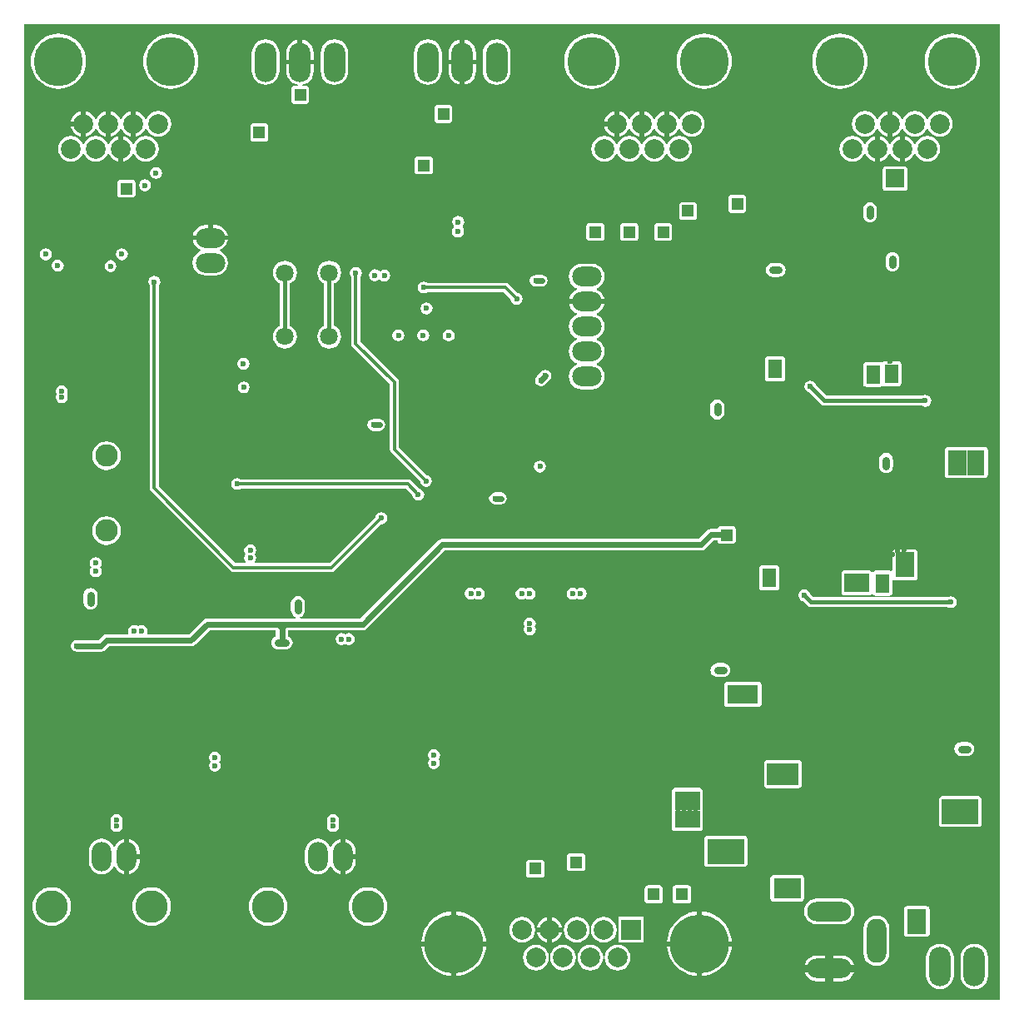
<source format=gbl>
G04*
G04 #@! TF.GenerationSoftware,Altium Limited,Altium Designer,19.0.10 (269)*
G04*
G04 Layer_Physical_Order=4*
G04 Layer_Color=16711680*
%FSLAX25Y25*%
%MOIN*%
G70*
G01*
G75*
%ADD10C,0.01181*%
%ADD12C,0.02362*%
%ADD91C,0.03150*%
%ADD94C,0.01575*%
%ADD110R,0.14899X0.09917*%
%ADD113R,0.04800X0.04825*%
%ADD114R,0.11000X0.08200*%
%ADD117R,0.04825X0.04800*%
%ADD120R,0.07477X0.07400*%
%ADD121R,0.07137X0.09917*%
%ADD122R,0.07775X0.09917*%
%ADD127R,0.09917X0.07775*%
%ADD132C,0.07874*%
%ADD133C,0.19685*%
%ADD134O,0.17717X0.07874*%
%ADD135O,0.07874X0.17717*%
%ADD136O,0.08661X0.15748*%
%ADD137R,0.07874X0.07874*%
%ADD138C,0.23622*%
%ADD139C,0.07087*%
%ADD140C,0.09000*%
%ADD141O,0.07874X0.11811*%
%ADD142C,0.12992*%
%ADD143O,0.11811X0.07874*%
%ADD144C,0.17717*%
%ADD145C,0.02362*%
%ADD146R,0.12640X0.08761*%
%ADD147R,0.12476X0.07775*%
%ADD148R,0.05537X0.07623*%
%ADD149R,0.14841X0.09917*%
%ADD150R,0.09917X0.07137*%
G36*
X392095Y1606D02*
X1606Y1606D01*
X1606Y392095D01*
X392095D01*
X392095Y1606D01*
D02*
G37*
%LPC*%
G36*
X177916Y385966D02*
Y377977D01*
X182491D01*
Y380536D01*
X182301Y381975D01*
X181746Y383316D01*
X180862Y384467D01*
X179711Y385351D01*
X178370Y385906D01*
X177916Y385966D01*
D02*
G37*
G36*
X175947D02*
X175493Y385906D01*
X174152Y385351D01*
X173000Y384467D01*
X172117Y383316D01*
X171561Y381975D01*
X171372Y380536D01*
Y377977D01*
X175947D01*
Y385966D01*
D02*
G37*
G36*
X112955D02*
Y377977D01*
X117530D01*
Y380536D01*
X117341Y381975D01*
X116785Y383316D01*
X115902Y384467D01*
X114750Y385351D01*
X113409Y385906D01*
X112955Y385966D01*
D02*
G37*
G36*
X110986D02*
X110532Y385906D01*
X109191Y385351D01*
X108039Y384467D01*
X107156Y383316D01*
X106601Y381975D01*
X106411Y380536D01*
Y377977D01*
X110986D01*
Y385966D01*
D02*
G37*
G36*
X182491Y376009D02*
X177916D01*
Y368020D01*
X178370Y368080D01*
X179711Y368635D01*
X180862Y369518D01*
X181746Y370670D01*
X182301Y372011D01*
X182491Y373450D01*
Y376009D01*
D02*
G37*
G36*
X175947D02*
X171372D01*
Y373450D01*
X171561Y372011D01*
X172117Y370670D01*
X173000Y369518D01*
X174152Y368635D01*
X175493Y368080D01*
X175947Y368020D01*
Y376009D01*
D02*
G37*
G36*
X190711Y386096D02*
X189272Y385906D01*
X187931Y385351D01*
X186780Y384467D01*
X185896Y383316D01*
X185341Y381975D01*
X185152Y380536D01*
Y373450D01*
X185341Y372011D01*
X185896Y370670D01*
X186780Y369518D01*
X187931Y368635D01*
X189272Y368080D01*
X190711Y367890D01*
X192150Y368080D01*
X193491Y368635D01*
X194642Y369518D01*
X195525Y370670D01*
X196081Y372011D01*
X196270Y373450D01*
Y380536D01*
X196081Y381975D01*
X195525Y383316D01*
X194642Y384467D01*
X193491Y385351D01*
X192150Y385906D01*
X190711Y386096D01*
D02*
G37*
G36*
X163154D02*
X161715Y385906D01*
X160374Y385351D01*
X159223Y384467D01*
X158339Y383316D01*
X157784Y381975D01*
X157594Y380536D01*
Y373450D01*
X157784Y372011D01*
X158339Y370670D01*
X159223Y369518D01*
X160374Y368635D01*
X161715Y368080D01*
X163154Y367890D01*
X164593Y368080D01*
X165934Y368635D01*
X167085Y369518D01*
X167968Y370670D01*
X168524Y372011D01*
X168713Y373450D01*
Y380536D01*
X168524Y381975D01*
X167968Y383316D01*
X167085Y384467D01*
X165934Y385351D01*
X164593Y385906D01*
X163154Y386096D01*
D02*
G37*
G36*
X125750D02*
X124311Y385906D01*
X122970Y385351D01*
X121819Y384467D01*
X120935Y383316D01*
X120380Y381975D01*
X120191Y380536D01*
Y373450D01*
X120380Y372011D01*
X120935Y370670D01*
X121819Y369518D01*
X122970Y368635D01*
X124311Y368080D01*
X125750Y367890D01*
X127189Y368080D01*
X128530Y368635D01*
X129681Y369518D01*
X130565Y370670D01*
X131120Y372011D01*
X131309Y373450D01*
Y380536D01*
X131120Y381975D01*
X130565Y383316D01*
X129681Y384467D01*
X128530Y385351D01*
X127189Y385906D01*
X125750Y386096D01*
D02*
G37*
G36*
X98193D02*
X96754Y385906D01*
X95413Y385351D01*
X94262Y384467D01*
X93378Y383316D01*
X92823Y381975D01*
X92634Y380536D01*
Y373450D01*
X92823Y372011D01*
X93378Y370670D01*
X94262Y369518D01*
X95413Y368635D01*
X96754Y368080D01*
X98193Y367890D01*
X99632Y368080D01*
X100973Y368635D01*
X102124Y369518D01*
X103007Y370670D01*
X103563Y372011D01*
X103752Y373450D01*
Y380536D01*
X103563Y381975D01*
X103007Y383316D01*
X102124Y384467D01*
X100973Y385351D01*
X99632Y385906D01*
X98193Y386096D01*
D02*
G37*
G36*
X373134Y388346D02*
X371404Y388210D01*
X369717Y387805D01*
X368114Y387141D01*
X366634Y386234D01*
X365315Y385107D01*
X364188Y383788D01*
X363282Y382308D01*
X362618Y380705D01*
X362212Y379018D01*
X362076Y377288D01*
X362212Y375558D01*
X362618Y373871D01*
X363282Y372268D01*
X364188Y370789D01*
X365315Y369469D01*
X366634Y368342D01*
X368114Y367436D01*
X369717Y366772D01*
X371404Y366367D01*
X373134Y366230D01*
X374864Y366367D01*
X376551Y366772D01*
X378154Y367436D01*
X379634Y368342D01*
X380953Y369469D01*
X382080Y370789D01*
X382987Y372268D01*
X383651Y373871D01*
X384056Y375558D01*
X384192Y377288D01*
X384056Y379018D01*
X383651Y380705D01*
X382987Y382308D01*
X382080Y383788D01*
X380953Y385107D01*
X379634Y386234D01*
X378154Y387141D01*
X376551Y387805D01*
X374864Y388210D01*
X373134Y388346D01*
D02*
G37*
G36*
X328134D02*
X326404Y388210D01*
X324717Y387805D01*
X323114Y387141D01*
X321635Y386234D01*
X320315Y385107D01*
X319188Y383788D01*
X318282Y382308D01*
X317618Y380705D01*
X317213Y379018D01*
X317076Y377288D01*
X317213Y375558D01*
X317618Y373871D01*
X318282Y372268D01*
X319188Y370789D01*
X320315Y369469D01*
X321635Y368342D01*
X323114Y367436D01*
X324717Y366772D01*
X326404Y366367D01*
X328134Y366230D01*
X329864Y366367D01*
X331551Y366772D01*
X333154Y367436D01*
X334634Y368342D01*
X335953Y369469D01*
X337080Y370789D01*
X337987Y372268D01*
X338651Y373871D01*
X339056Y375558D01*
X339192Y377288D01*
X339056Y379018D01*
X338651Y380705D01*
X337987Y382308D01*
X337080Y383788D01*
X335953Y385107D01*
X334634Y386234D01*
X333154Y387141D01*
X331551Y387805D01*
X329864Y388210D01*
X328134Y388346D01*
D02*
G37*
G36*
X273764D02*
X272034Y388210D01*
X270347Y387805D01*
X268744Y387141D01*
X267265Y386234D01*
X265945Y385107D01*
X264818Y383788D01*
X263912Y382308D01*
X263247Y380705D01*
X262842Y379018D01*
X262706Y377288D01*
X262842Y375558D01*
X263247Y373871D01*
X263912Y372268D01*
X264818Y370789D01*
X265945Y369469D01*
X267265Y368342D01*
X268744Y367436D01*
X270347Y366772D01*
X272034Y366367D01*
X273764Y366230D01*
X275494Y366367D01*
X277181Y366772D01*
X278784Y367436D01*
X280264Y368342D01*
X281583Y369469D01*
X282710Y370789D01*
X283616Y372268D01*
X284280Y373871D01*
X284686Y375558D01*
X284822Y377288D01*
X284686Y379018D01*
X284280Y380705D01*
X283616Y382308D01*
X282710Y383788D01*
X281583Y385107D01*
X280264Y386234D01*
X278784Y387141D01*
X277181Y387805D01*
X275494Y388210D01*
X273764Y388346D01*
D02*
G37*
G36*
X228764D02*
X227034Y388210D01*
X225347Y387805D01*
X223744Y387141D01*
X222265Y386234D01*
X220945Y385107D01*
X219818Y383788D01*
X218912Y382308D01*
X218248Y380705D01*
X217843Y379018D01*
X217706Y377288D01*
X217843Y375558D01*
X218248Y373871D01*
X218912Y372268D01*
X219818Y370789D01*
X220945Y369469D01*
X222265Y368342D01*
X223744Y367436D01*
X225347Y366772D01*
X227034Y366367D01*
X228764Y366230D01*
X230494Y366367D01*
X232181Y366772D01*
X233784Y367436D01*
X235264Y368342D01*
X236583Y369469D01*
X237710Y370789D01*
X238616Y372268D01*
X239281Y373871D01*
X239686Y375558D01*
X239822Y377288D01*
X239686Y379018D01*
X239281Y380705D01*
X238616Y382308D01*
X237710Y383788D01*
X236583Y385107D01*
X235264Y386234D01*
X233784Y387141D01*
X232181Y387805D01*
X230494Y388210D01*
X228764Y388346D01*
D02*
G37*
G36*
X60220D02*
X58491Y388210D01*
X56804Y387805D01*
X55200Y387141D01*
X53721Y386234D01*
X52402Y385107D01*
X51275Y383788D01*
X50368Y382308D01*
X49704Y380705D01*
X49299Y379018D01*
X49163Y377288D01*
X49299Y375558D01*
X49704Y373871D01*
X50368Y372268D01*
X51275Y370789D01*
X52402Y369469D01*
X53721Y368342D01*
X55200Y367436D01*
X56804Y366772D01*
X58491Y366367D01*
X60220Y366230D01*
X61950Y366367D01*
X63638Y366772D01*
X65241Y367436D01*
X66720Y368342D01*
X68040Y369469D01*
X69166Y370789D01*
X70073Y372268D01*
X70737Y373871D01*
X71142Y375558D01*
X71278Y377288D01*
X71142Y379018D01*
X70737Y380705D01*
X70073Y382308D01*
X69166Y383788D01*
X68040Y385107D01*
X66720Y386234D01*
X65241Y387141D01*
X63638Y387805D01*
X61950Y388210D01*
X60220Y388346D01*
D02*
G37*
G36*
X15221D02*
X13491Y388210D01*
X11804Y387805D01*
X10200Y387141D01*
X8721Y386234D01*
X7401Y385107D01*
X6275Y383788D01*
X5368Y382308D01*
X4704Y380705D01*
X4299Y379018D01*
X4163Y377288D01*
X4299Y375558D01*
X4704Y373871D01*
X5368Y372268D01*
X6275Y370789D01*
X7401Y369469D01*
X8721Y368342D01*
X10200Y367436D01*
X11804Y366772D01*
X13491Y366367D01*
X15221Y366230D01*
X16950Y366367D01*
X18638Y366772D01*
X20241Y367436D01*
X21720Y368342D01*
X23040Y369469D01*
X24166Y370789D01*
X25073Y372268D01*
X25737Y373871D01*
X26142Y375558D01*
X26278Y377288D01*
X26142Y379018D01*
X25737Y380705D01*
X25073Y382308D01*
X24166Y383788D01*
X23040Y385107D01*
X21720Y386234D01*
X20241Y387141D01*
X18638Y387805D01*
X16950Y388210D01*
X15221Y388346D01*
D02*
G37*
G36*
X117530Y376009D02*
X106411D01*
Y373450D01*
X106601Y372011D01*
X107156Y370670D01*
X108039Y369518D01*
X109191Y368635D01*
X110532Y368080D01*
X111133Y368001D01*
X111100Y367500D01*
X109610D01*
X109149Y367409D01*
X108758Y367148D01*
X108497Y366757D01*
X108406Y366296D01*
Y361496D01*
X108497Y361035D01*
X108758Y360645D01*
X109149Y360384D01*
X109610Y360292D01*
X114435D01*
X114896Y360384D01*
X115287Y360645D01*
X115548Y361035D01*
X115639Y361496D01*
Y366296D01*
X115548Y366757D01*
X115287Y367148D01*
X114896Y367409D01*
X114435Y367500D01*
X112841D01*
X112808Y368001D01*
X113409Y368080D01*
X114750Y368635D01*
X115902Y369518D01*
X116785Y370670D01*
X117341Y372011D01*
X117530Y373450D01*
Y376009D01*
D02*
G37*
G36*
X368134Y357450D02*
X366798Y357275D01*
X365553Y356759D01*
X364484Y355938D01*
X363663Y354869D01*
X363405Y354245D01*
X362863D01*
X362605Y354869D01*
X361784Y355938D01*
X360715Y356759D01*
X359470Y357275D01*
X358134Y357450D01*
X356798Y357275D01*
X355553Y356759D01*
X354484Y355938D01*
X353663Y354869D01*
X353405Y354245D01*
X352864D01*
X352605Y354869D01*
X351784Y355938D01*
X350715Y356759D01*
X349470Y357275D01*
X349118Y357321D01*
Y352288D01*
Y347255D01*
X349470Y347302D01*
X350715Y347817D01*
X351784Y348638D01*
X352605Y349707D01*
X352864Y350332D01*
X353405D01*
X353663Y349707D01*
X354484Y348638D01*
X355553Y347817D01*
X356798Y347302D01*
X358134Y347126D01*
X359470Y347302D01*
X360715Y347817D01*
X361784Y348638D01*
X362605Y349707D01*
X362863Y350332D01*
X363405D01*
X363663Y349707D01*
X364484Y348638D01*
X365553Y347817D01*
X366798Y347302D01*
X368134Y347126D01*
X369470Y347302D01*
X370715Y347817D01*
X371784Y348638D01*
X372605Y349707D01*
X373120Y350952D01*
X373296Y352288D01*
X373120Y353624D01*
X372605Y354869D01*
X371784Y355938D01*
X370715Y356759D01*
X369470Y357275D01*
X368134Y357450D01*
D02*
G37*
G36*
X268764D02*
X267428Y357275D01*
X266183Y356759D01*
X265114Y355938D01*
X264293Y354869D01*
X264035Y354245D01*
X263493D01*
X263235Y354869D01*
X262414Y355938D01*
X261345Y356759D01*
X260100Y357275D01*
X259748Y357321D01*
Y352288D01*
Y347255D01*
X260100Y347302D01*
X261345Y347817D01*
X262414Y348638D01*
X263235Y349707D01*
X263493Y350332D01*
X264035D01*
X264293Y349707D01*
X265114Y348638D01*
X266183Y347817D01*
X267428Y347302D01*
X268764Y347126D01*
X270100Y347302D01*
X271345Y347817D01*
X272414Y348638D01*
X273235Y349707D01*
X273750Y350952D01*
X273926Y352288D01*
X273750Y353624D01*
X273235Y354869D01*
X272414Y355938D01*
X271345Y356759D01*
X270100Y357275D01*
X268764Y357450D01*
D02*
G37*
G36*
X55221D02*
X53884Y357275D01*
X52639Y356759D01*
X51570Y355938D01*
X50750Y354869D01*
X50491Y354245D01*
X49950D01*
X49691Y354869D01*
X48871Y355938D01*
X47802Y356759D01*
X46557Y357275D01*
X46205Y357321D01*
Y352288D01*
Y347255D01*
X46557Y347302D01*
X47802Y347817D01*
X48871Y348638D01*
X49691Y349707D01*
X49950Y350332D01*
X50491D01*
X50750Y349707D01*
X51570Y348638D01*
X52639Y347817D01*
X53884Y347302D01*
X55221Y347126D01*
X56557Y347302D01*
X57802Y347817D01*
X58871Y348638D01*
X59691Y349707D01*
X60207Y350952D01*
X60383Y352288D01*
X60207Y353624D01*
X59691Y354869D01*
X58871Y355938D01*
X57802Y356759D01*
X56557Y357275D01*
X55221Y357450D01*
D02*
G37*
G36*
X24236Y357321D02*
X23884Y357275D01*
X22639Y356759D01*
X21570Y355938D01*
X20750Y354869D01*
X20234Y353624D01*
X20188Y353272D01*
X24236D01*
Y357321D01*
D02*
G37*
G36*
X237780D02*
X237428Y357275D01*
X236183Y356759D01*
X235114Y355938D01*
X234293Y354869D01*
X233778Y353624D01*
X233731Y353272D01*
X237780D01*
Y357321D01*
D02*
G37*
G36*
X171765Y359842D02*
X166940D01*
X166479Y359750D01*
X166089Y359489D01*
X165828Y359099D01*
X165736Y358638D01*
Y353838D01*
X165828Y353377D01*
X166089Y352986D01*
X166479Y352725D01*
X166940Y352633D01*
X171765D01*
X172226Y352725D01*
X172617Y352986D01*
X172878Y353377D01*
X172970Y353838D01*
Y358638D01*
X172878Y359099D01*
X172617Y359489D01*
X172226Y359750D01*
X171765Y359842D01*
D02*
G37*
G36*
X96818Y352444D02*
X96808Y352442D01*
X94466D01*
X94456Y352444D01*
X94446Y352442D01*
X93218D01*
X92757Y352350D01*
X92367Y352089D01*
X92106Y351698D01*
X92014Y351238D01*
Y346438D01*
X92106Y345977D01*
X92367Y345586D01*
X92757Y345325D01*
X93218Y345233D01*
X98043D01*
X98504Y345325D01*
X98895Y345586D01*
X99156Y345977D01*
X99248Y346438D01*
Y351238D01*
X99156Y351698D01*
X98895Y352089D01*
X98504Y352350D01*
X98043Y352442D01*
X96829D01*
X96818Y352444D01*
D02*
G37*
G36*
X36205Y357321D02*
Y352288D01*
Y347255D01*
X36557Y347302D01*
X37802Y347817D01*
X38871Y348638D01*
X39691Y349707D01*
X39950Y350332D01*
X40491D01*
X40750Y349707D01*
X41570Y348638D01*
X42639Y347817D01*
X43884Y347302D01*
X44236Y347255D01*
Y352288D01*
Y357321D01*
X43884Y357275D01*
X42639Y356759D01*
X41570Y355938D01*
X40750Y354869D01*
X40491Y354245D01*
X39950D01*
X39691Y354869D01*
X38871Y355938D01*
X37802Y356759D01*
X36557Y357275D01*
X36205Y357321D01*
D02*
G37*
G36*
X26205D02*
Y352288D01*
Y347255D01*
X26557Y347302D01*
X27802Y347817D01*
X28871Y348638D01*
X29691Y349707D01*
X29950Y350332D01*
X30491D01*
X30750Y349707D01*
X31570Y348638D01*
X32639Y347817D01*
X33884Y347302D01*
X34236Y347255D01*
Y352288D01*
Y357321D01*
X33884Y357275D01*
X32639Y356759D01*
X31570Y355938D01*
X30750Y354869D01*
X30491Y354245D01*
X29950D01*
X29691Y354869D01*
X28871Y355938D01*
X27802Y356759D01*
X26557Y357275D01*
X26205Y357321D01*
D02*
G37*
G36*
X24236Y351304D02*
X20188D01*
X20234Y350952D01*
X20750Y349707D01*
X21570Y348638D01*
X22639Y347817D01*
X23884Y347302D01*
X24236Y347255D01*
Y351304D01*
D02*
G37*
G36*
X338134Y357450D02*
X336798Y357275D01*
X335553Y356759D01*
X334484Y355938D01*
X333663Y354869D01*
X333148Y353624D01*
X332972Y352288D01*
X333148Y350952D01*
X333663Y349707D01*
X334484Y348638D01*
X335553Y347817D01*
X336798Y347302D01*
X338134Y347126D01*
X339470Y347302D01*
X340715Y347817D01*
X341784Y348638D01*
X342605Y349707D01*
X342863Y350332D01*
X343405D01*
X343663Y349707D01*
X344484Y348638D01*
X345553Y347817D01*
X346798Y347302D01*
X347150Y347255D01*
Y352288D01*
Y357321D01*
X346798Y357275D01*
X345553Y356759D01*
X344484Y355938D01*
X343663Y354869D01*
X343405Y354245D01*
X342863D01*
X342605Y354869D01*
X341784Y355938D01*
X340715Y356759D01*
X339470Y357275D01*
X338134Y357450D01*
D02*
G37*
G36*
X249748Y357321D02*
Y352288D01*
Y347255D01*
X250100Y347302D01*
X251345Y347817D01*
X252414Y348638D01*
X253235Y349707D01*
X253493Y350332D01*
X254035D01*
X254293Y349707D01*
X255114Y348638D01*
X256183Y347817D01*
X257428Y347302D01*
X257780Y347255D01*
Y352288D01*
Y357321D01*
X257428Y357275D01*
X256183Y356759D01*
X255114Y355938D01*
X254293Y354869D01*
X254035Y354245D01*
X253493D01*
X253235Y354869D01*
X252414Y355938D01*
X251345Y356759D01*
X250100Y357275D01*
X249748Y357321D01*
D02*
G37*
G36*
X239748D02*
Y352288D01*
Y347255D01*
X240100Y347302D01*
X241345Y347817D01*
X242414Y348638D01*
X243235Y349707D01*
X243493Y350332D01*
X244035D01*
X244293Y349707D01*
X245114Y348638D01*
X246183Y347817D01*
X247428Y347302D01*
X247780Y347255D01*
Y352288D01*
Y357321D01*
X247428Y357275D01*
X246183Y356759D01*
X245114Y355938D01*
X244293Y354869D01*
X244035Y354245D01*
X243493D01*
X243235Y354869D01*
X242414Y355938D01*
X241345Y356759D01*
X240100Y357275D01*
X239748Y357321D01*
D02*
G37*
G36*
X237780Y351304D02*
X233731D01*
X233778Y350952D01*
X234293Y349707D01*
X235114Y348638D01*
X236183Y347817D01*
X237428Y347302D01*
X237780Y347255D01*
Y351304D01*
D02*
G37*
G36*
X363134Y347450D02*
X361798Y347274D01*
X360553Y346759D01*
X359484Y345938D01*
X358663Y344869D01*
X358405Y344245D01*
X357863D01*
X357605Y344869D01*
X356784Y345938D01*
X355715Y346759D01*
X354470Y347274D01*
X354118Y347321D01*
Y342288D01*
Y337255D01*
X354470Y337302D01*
X355715Y337818D01*
X356784Y338638D01*
X357605Y339707D01*
X357863Y340332D01*
X358405D01*
X358663Y339707D01*
X359484Y338638D01*
X360553Y337818D01*
X361798Y337302D01*
X363134Y337126D01*
X364470Y337302D01*
X365715Y337818D01*
X366784Y338638D01*
X367605Y339707D01*
X368121Y340952D01*
X368296Y342288D01*
X368121Y343624D01*
X367605Y344869D01*
X366784Y345938D01*
X365715Y346759D01*
X364470Y347274D01*
X363134Y347450D01*
D02*
G37*
G36*
X263764D02*
X262428Y347274D01*
X261183Y346759D01*
X260114Y345938D01*
X259293Y344869D01*
X259035Y344245D01*
X258493D01*
X258235Y344869D01*
X257414Y345938D01*
X256345Y346759D01*
X255100Y347274D01*
X253764Y347450D01*
X252428Y347274D01*
X251183Y346759D01*
X250114Y345938D01*
X249293Y344869D01*
X249035Y344245D01*
X248493D01*
X248235Y344869D01*
X247414Y345938D01*
X246345Y346759D01*
X245100Y347274D01*
X243764Y347450D01*
X242428Y347274D01*
X241183Y346759D01*
X240114Y345938D01*
X239293Y344869D01*
X239035Y344245D01*
X238493D01*
X238235Y344869D01*
X237414Y345938D01*
X236345Y346759D01*
X235100Y347274D01*
X233764Y347450D01*
X232428Y347274D01*
X231183Y346759D01*
X230114Y345938D01*
X229293Y344869D01*
X228778Y343624D01*
X228602Y342288D01*
X228778Y340952D01*
X229293Y339707D01*
X230114Y338638D01*
X231183Y337818D01*
X232428Y337302D01*
X233764Y337126D01*
X235100Y337302D01*
X236345Y337818D01*
X237414Y338638D01*
X238235Y339707D01*
X238493Y340332D01*
X239035D01*
X239293Y339707D01*
X240114Y338638D01*
X241183Y337818D01*
X242428Y337302D01*
X243764Y337126D01*
X245100Y337302D01*
X246345Y337818D01*
X247414Y338638D01*
X248235Y339707D01*
X248493Y340332D01*
X249035D01*
X249293Y339707D01*
X250114Y338638D01*
X251183Y337818D01*
X252428Y337302D01*
X253764Y337126D01*
X255100Y337302D01*
X256345Y337818D01*
X257414Y338638D01*
X258235Y339707D01*
X258493Y340332D01*
X259035D01*
X259293Y339707D01*
X260114Y338638D01*
X261183Y337818D01*
X262428Y337302D01*
X263764Y337126D01*
X265100Y337302D01*
X266345Y337818D01*
X267414Y338638D01*
X268235Y339707D01*
X268750Y340952D01*
X268926Y342288D01*
X268750Y343624D01*
X268235Y344869D01*
X267414Y345938D01*
X266345Y346759D01*
X265100Y347274D01*
X263764Y347450D01*
D02*
G37*
G36*
X50221D02*
X48884Y347274D01*
X47639Y346759D01*
X46570Y345938D01*
X45750Y344869D01*
X45491Y344245D01*
X44950D01*
X44691Y344869D01*
X43871Y345938D01*
X42802Y346759D01*
X41557Y347274D01*
X41205Y347321D01*
Y342288D01*
Y337255D01*
X41557Y337302D01*
X42802Y337818D01*
X43871Y338638D01*
X44691Y339707D01*
X44950Y340332D01*
X45491D01*
X45750Y339707D01*
X46570Y338638D01*
X47639Y337818D01*
X48884Y337302D01*
X50221Y337126D01*
X51557Y337302D01*
X52802Y337818D01*
X53871Y338638D01*
X54691Y339707D01*
X55207Y340952D01*
X55383Y342288D01*
X55207Y343624D01*
X54691Y344869D01*
X53871Y345938D01*
X52802Y346759D01*
X51557Y347274D01*
X50221Y347450D01*
D02*
G37*
G36*
X30220D02*
X28884Y347274D01*
X27639Y346759D01*
X26570Y345938D01*
X25750Y344869D01*
X25491Y344245D01*
X24950D01*
X24691Y344869D01*
X23871Y345938D01*
X22802Y346759D01*
X21557Y347274D01*
X20221Y347450D01*
X18884Y347274D01*
X17639Y346759D01*
X16570Y345938D01*
X15750Y344869D01*
X15234Y343624D01*
X15058Y342288D01*
X15234Y340952D01*
X15750Y339707D01*
X16570Y338638D01*
X17639Y337818D01*
X18884Y337302D01*
X20221Y337126D01*
X21557Y337302D01*
X22802Y337818D01*
X23871Y338638D01*
X24691Y339707D01*
X24950Y340332D01*
X25491D01*
X25750Y339707D01*
X26570Y338638D01*
X27639Y337818D01*
X28884Y337302D01*
X30220Y337126D01*
X31557Y337302D01*
X32802Y337818D01*
X33871Y338638D01*
X34691Y339707D01*
X34950Y340332D01*
X35491D01*
X35750Y339707D01*
X36570Y338638D01*
X37639Y337818D01*
X38884Y337302D01*
X39236Y337256D01*
Y342288D01*
Y347321D01*
X38884Y347274D01*
X37639Y346759D01*
X36570Y345938D01*
X35750Y344869D01*
X35491Y344245D01*
X34950D01*
X34691Y344869D01*
X33871Y345938D01*
X32802Y346759D01*
X31557Y347274D01*
X30220Y347450D01*
D02*
G37*
G36*
X162675Y339270D02*
X162665Y339268D01*
X160323D01*
X160313Y339270D01*
X160303Y339268D01*
X159075D01*
X158614Y339176D01*
X158224Y338915D01*
X157963Y338524D01*
X157871Y338063D01*
Y333263D01*
X157963Y332803D01*
X158224Y332412D01*
X158614Y332151D01*
X159075Y332059D01*
X163900D01*
X164361Y332151D01*
X164752Y332412D01*
X165013Y332803D01*
X165105Y333263D01*
Y338063D01*
X165013Y338524D01*
X164752Y338915D01*
X164361Y339176D01*
X163900Y339268D01*
X162686D01*
X162675Y339270D01*
D02*
G37*
G36*
X344118Y347321D02*
Y342288D01*
Y337255D01*
X344470Y337302D01*
X345715Y337818D01*
X346784Y338638D01*
X347605Y339707D01*
X347864Y340332D01*
X348405D01*
X348663Y339707D01*
X349484Y338638D01*
X350553Y337818D01*
X351798Y337302D01*
X352150Y337256D01*
Y342288D01*
Y347321D01*
X351798Y347274D01*
X350553Y346759D01*
X349484Y345938D01*
X348663Y344869D01*
X348405Y344245D01*
X347864D01*
X347605Y344869D01*
X346784Y345938D01*
X345715Y346759D01*
X344470Y347274D01*
X344118Y347321D01*
D02*
G37*
G36*
X333134Y347450D02*
X331798Y347274D01*
X330553Y346759D01*
X329484Y345938D01*
X328663Y344869D01*
X328148Y343624D01*
X327972Y342288D01*
X328148Y340952D01*
X328663Y339707D01*
X329484Y338638D01*
X330553Y337818D01*
X331798Y337302D01*
X333134Y337126D01*
X334470Y337302D01*
X335715Y337818D01*
X336784Y338638D01*
X337605Y339707D01*
X337863Y340332D01*
X338405D01*
X338663Y339707D01*
X339484Y338638D01*
X340553Y337818D01*
X341798Y337302D01*
X342150Y337256D01*
Y342288D01*
Y347321D01*
X341798Y347274D01*
X340553Y346759D01*
X339484Y345938D01*
X338663Y344869D01*
X338405Y344245D01*
X337863D01*
X337605Y344869D01*
X336784Y345938D01*
X335715Y346759D01*
X334470Y347274D01*
X333134Y347450D01*
D02*
G37*
G36*
X54335Y334983D02*
X53413Y334800D01*
X52632Y334278D01*
X52109Y333496D01*
X51926Y332575D01*
X52109Y331653D01*
X52632Y330872D01*
X53413Y330349D01*
X54335Y330166D01*
X55256Y330349D01*
X56038Y330872D01*
X56560Y331653D01*
X56743Y332575D01*
X56560Y333496D01*
X56038Y334278D01*
X55256Y334800D01*
X54335Y334983D01*
D02*
G37*
G36*
X353940Y335278D02*
X346463D01*
X346002Y335186D01*
X345611Y334925D01*
X345350Y334534D01*
X345259Y334073D01*
Y326673D01*
X345350Y326212D01*
X345611Y325822D01*
X346002Y325561D01*
X346463Y325469D01*
X353940D01*
X354401Y325561D01*
X354792Y325822D01*
X355053Y326212D01*
X355144Y326673D01*
Y334073D01*
X355053Y334534D01*
X354792Y334925D01*
X354401Y335186D01*
X353940Y335278D01*
D02*
G37*
G36*
X49902Y330074D02*
X48981Y329891D01*
X48199Y329369D01*
X47677Y328587D01*
X47494Y327665D01*
X47677Y326744D01*
X48199Y325962D01*
X48981Y325440D01*
X49902Y325257D01*
X50824Y325440D01*
X51605Y325962D01*
X52127Y326744D01*
X52311Y327665D01*
X52127Y328587D01*
X51605Y329369D01*
X50824Y329891D01*
X49902Y330074D01*
D02*
G37*
G36*
X44865Y329942D02*
X40040D01*
X39579Y329850D01*
X39189Y329589D01*
X38928Y329199D01*
X38836Y328738D01*
Y323938D01*
X38928Y323477D01*
X39189Y323086D01*
X39579Y322825D01*
X40040Y322733D01*
X44865D01*
X45326Y322825D01*
X45717Y323086D01*
X45978Y323477D01*
X46070Y323938D01*
Y328738D01*
X45978Y329199D01*
X45717Y329589D01*
X45326Y329850D01*
X44865Y329942D01*
D02*
G37*
G36*
X268519Y320952D02*
X268508Y320950D01*
X266167D01*
X266157Y320952D01*
X266146Y320950D01*
X264919D01*
X264458Y320858D01*
X264067Y320597D01*
X263806Y320206D01*
X263715Y319745D01*
Y314945D01*
X263806Y314484D01*
X264067Y314094D01*
X264458Y313833D01*
X264919Y313741D01*
X269744D01*
X270205Y313833D01*
X270595Y314094D01*
X270856Y314484D01*
X270948Y314945D01*
Y319745D01*
X270856Y320206D01*
X270595Y320597D01*
X270205Y320858D01*
X269744Y320950D01*
X268529D01*
X268519Y320952D01*
D02*
G37*
G36*
X289440Y323849D02*
X284640D01*
X284179Y323757D01*
X283788Y323496D01*
X283527Y323105D01*
X283435Y322644D01*
Y317819D01*
X283527Y317358D01*
X283788Y316968D01*
X284179Y316706D01*
X284640Y316615D01*
X289440D01*
X289900Y316706D01*
X290291Y316968D01*
X290552Y317358D01*
X290644Y317819D01*
Y319034D01*
X290646Y319044D01*
X290644Y319055D01*
Y321396D01*
X290646Y321407D01*
X290644Y321417D01*
Y322644D01*
X290552Y323105D01*
X290291Y323496D01*
X289900Y323757D01*
X289440Y323849D01*
D02*
G37*
G36*
X340221Y320796D02*
X339501Y320701D01*
X338831Y320423D01*
X338255Y319982D01*
X337813Y319406D01*
X337536Y318735D01*
X337441Y318016D01*
Y315654D01*
X337536Y314934D01*
X337813Y314264D01*
X338255Y313688D01*
X338831Y313246D01*
X339501Y312969D01*
X340221Y312874D01*
X340940Y312969D01*
X341611Y313246D01*
X342186Y313688D01*
X342628Y314264D01*
X342906Y314934D01*
X343000Y315654D01*
Y318016D01*
X342906Y318735D01*
X342628Y319406D01*
X342186Y319982D01*
X341611Y320423D01*
X340940Y320701D01*
X340221Y320796D01*
D02*
G37*
G36*
X78010Y311835D02*
X77025D01*
Y307657D01*
X83042D01*
X82996Y308009D01*
X82480Y309254D01*
X81660Y310323D01*
X80591Y311143D01*
X79346Y311659D01*
X78010Y311835D01*
D02*
G37*
G36*
X75057D02*
X74073D01*
X72737Y311659D01*
X71491Y311143D01*
X70422Y310323D01*
X69602Y309254D01*
X69086Y308009D01*
X69040Y307657D01*
X75057D01*
Y311835D01*
D02*
G37*
G36*
X175321Y315412D02*
X174399Y315229D01*
X173618Y314707D01*
X173096Y313926D01*
X172912Y313004D01*
X173096Y312082D01*
X173492Y311489D01*
X173518Y310904D01*
X172996Y310123D01*
X172812Y309201D01*
X172996Y308280D01*
X173518Y307498D01*
X174299Y306976D01*
X175221Y306793D01*
X176143Y306976D01*
X176924Y307498D01*
X177446Y308280D01*
X177629Y309201D01*
X177446Y310123D01*
X177049Y310717D01*
X177024Y311301D01*
X177546Y312082D01*
X177729Y313004D01*
X177546Y313926D01*
X177024Y314707D01*
X176242Y315229D01*
X175321Y315412D01*
D02*
G37*
G36*
X259797Y312612D02*
X254972D01*
X254511Y312520D01*
X254120Y312259D01*
X253859Y311868D01*
X253767Y311407D01*
Y306608D01*
X253859Y306147D01*
X254120Y305756D01*
X254511Y305495D01*
X254972Y305403D01*
X259797D01*
X260258Y305495D01*
X260648Y305756D01*
X260909Y306147D01*
X261001Y306608D01*
Y311407D01*
X260909Y311868D01*
X260648Y312259D01*
X260258Y312520D01*
X259797Y312612D01*
D02*
G37*
G36*
X246216D02*
X241390D01*
X240930Y312520D01*
X240539Y312259D01*
X240278Y311868D01*
X240186Y311407D01*
Y306608D01*
X240278Y306147D01*
X240539Y305756D01*
X240930Y305495D01*
X241390Y305403D01*
X246216D01*
X246676Y305495D01*
X247067Y305756D01*
X247328Y306147D01*
X247420Y306608D01*
Y311407D01*
X247328Y311868D01*
X247067Y312259D01*
X246676Y312520D01*
X246216Y312612D01*
D02*
G37*
G36*
X232634D02*
X227809D01*
X227348Y312520D01*
X226958Y312259D01*
X226697Y311868D01*
X226605Y311407D01*
Y306608D01*
X226697Y306147D01*
X226958Y305756D01*
X227348Y305495D01*
X227809Y305403D01*
X232634D01*
X233095Y305495D01*
X233486Y305756D01*
X233747Y306147D01*
X233839Y306608D01*
Y311407D01*
X233747Y311868D01*
X233486Y312259D01*
X233095Y312520D01*
X232634Y312612D01*
D02*
G37*
G36*
X10194Y302471D02*
X9272Y302287D01*
X8491Y301765D01*
X7969Y300984D01*
X7785Y300062D01*
X7969Y299141D01*
X8491Y298359D01*
X9272Y297837D01*
X10194Y297654D01*
X11115Y297837D01*
X11897Y298359D01*
X12419Y299141D01*
X12602Y300062D01*
X12419Y300984D01*
X11897Y301765D01*
X11115Y302287D01*
X10194Y302471D01*
D02*
G37*
G36*
X40605Y302457D02*
X39683Y302274D01*
X38902Y301752D01*
X38380Y300971D01*
X38196Y300049D01*
X38380Y299127D01*
X38902Y298346D01*
X39683Y297824D01*
X40605Y297640D01*
X41526Y297824D01*
X42308Y298346D01*
X42830Y299127D01*
X43013Y300049D01*
X42830Y300971D01*
X42308Y301752D01*
X41526Y302274D01*
X40605Y302457D01*
D02*
G37*
G36*
X14956Y297955D02*
X14034Y297772D01*
X13253Y297250D01*
X12731Y296468D01*
X12547Y295547D01*
X12731Y294625D01*
X13253Y293843D01*
X14034Y293321D01*
X14956Y293138D01*
X15878Y293321D01*
X16659Y293843D01*
X17181Y294625D01*
X17364Y295547D01*
X17181Y296468D01*
X16659Y297250D01*
X15878Y297772D01*
X14956Y297955D01*
D02*
G37*
G36*
X349168Y301003D02*
X348449Y300908D01*
X347779Y300631D01*
X347203Y300189D01*
X346761Y299613D01*
X346483Y298943D01*
X346389Y298223D01*
Y295861D01*
X346483Y295142D01*
X346761Y294472D01*
X347203Y293896D01*
X347779Y293454D01*
X348449Y293176D01*
X349168Y293082D01*
X349888Y293176D01*
X350558Y293454D01*
X351134Y293896D01*
X351576Y294472D01*
X351853Y295142D01*
X351948Y295861D01*
Y298223D01*
X351853Y298943D01*
X351576Y299613D01*
X351134Y300189D01*
X350558Y300631D01*
X349888Y300908D01*
X349168Y301003D01*
D02*
G37*
G36*
X36089Y297695D02*
X35167Y297512D01*
X34386Y296990D01*
X33864Y296208D01*
X33680Y295287D01*
X33864Y294365D01*
X34386Y293584D01*
X35167Y293061D01*
X36089Y292878D01*
X37011Y293061D01*
X37792Y293584D01*
X38314Y294365D01*
X38497Y295287D01*
X38314Y296208D01*
X37792Y296990D01*
X37011Y297512D01*
X36089Y297695D01*
D02*
G37*
G36*
X83042Y305688D02*
X76041D01*
X69040D01*
X69086Y305336D01*
X69602Y304092D01*
X70422Y303022D01*
X71491Y302202D01*
X72116Y301943D01*
Y301402D01*
X71491Y301143D01*
X70422Y300323D01*
X69602Y299254D01*
X69086Y298009D01*
X68910Y296673D01*
X69086Y295337D01*
X69602Y294092D01*
X70422Y293022D01*
X71491Y292202D01*
X72737Y291686D01*
X74073Y291510D01*
X78010D01*
X79346Y291686D01*
X80591Y292202D01*
X81660Y293022D01*
X82480Y294092D01*
X82996Y295337D01*
X83172Y296673D01*
X82996Y298009D01*
X82480Y299254D01*
X81660Y300323D01*
X80591Y301143D01*
X79966Y301402D01*
Y301943D01*
X80591Y302202D01*
X81660Y303022D01*
X82480Y304092D01*
X82996Y305336D01*
X83042Y305688D01*
D02*
G37*
G36*
X303608Y296508D02*
X301308D01*
X300589Y296413D01*
X299918Y296136D01*
X299343Y295694D01*
X298901Y295118D01*
X298623Y294448D01*
X298529Y293728D01*
X298623Y293009D01*
X298901Y292338D01*
X299343Y291763D01*
X299918Y291321D01*
X300589Y291043D01*
X301308Y290949D01*
X303608D01*
X304328Y291043D01*
X304998Y291321D01*
X305574Y291763D01*
X306015Y292338D01*
X306293Y293009D01*
X306388Y293728D01*
X306293Y294448D01*
X306015Y295118D01*
X305574Y295694D01*
X304998Y296136D01*
X304328Y296413D01*
X303608Y296508D01*
D02*
G37*
G36*
X141912Y294032D02*
X140991Y293848D01*
X140209Y293326D01*
X139687Y292545D01*
X139504Y291623D01*
X139687Y290702D01*
X140209Y289920D01*
X140991Y289398D01*
X141912Y289215D01*
X142834Y289398D01*
X143615Y289920D01*
X144107Y289756D01*
X144793Y289298D01*
X145715Y289115D01*
X146637Y289298D01*
X147418Y289820D01*
X147940Y290602D01*
X148124Y291523D01*
X147940Y292445D01*
X147418Y293226D01*
X146637Y293748D01*
X145715Y293932D01*
X144793Y293748D01*
X144012Y293226D01*
X143520Y293390D01*
X142834Y293848D01*
X141912Y294032D01*
D02*
G37*
G36*
X208730Y291836D02*
X206367D01*
X205446Y291653D01*
X204664Y291131D01*
X204142Y290349D01*
X203959Y289428D01*
X204142Y288506D01*
X204664Y287724D01*
X205446Y287202D01*
X206367Y287019D01*
X208730D01*
X209651Y287202D01*
X210433Y287724D01*
X210955Y288506D01*
X211138Y289428D01*
X210955Y290349D01*
X210433Y291131D01*
X209651Y291653D01*
X208730Y291836D01*
D02*
G37*
G36*
X228728Y296242D02*
X224791D01*
X223455Y296067D01*
X222210Y295551D01*
X221141Y294730D01*
X220321Y293661D01*
X219805Y292416D01*
X219629Y291080D01*
X219805Y289744D01*
X220321Y288499D01*
X221141Y287430D01*
X222210Y286610D01*
X222835Y286351D01*
Y285810D01*
X222210Y285551D01*
X221141Y284731D01*
X220321Y283661D01*
X219805Y282416D01*
X219759Y282065D01*
X226760D01*
X233761D01*
X233715Y282416D01*
X233199Y283661D01*
X232379Y284731D01*
X231310Y285551D01*
X230685Y285810D01*
Y286351D01*
X231310Y286610D01*
X232379Y287430D01*
X233199Y288499D01*
X233715Y289744D01*
X233891Y291080D01*
X233715Y292416D01*
X233199Y293661D01*
X232379Y294730D01*
X231310Y295551D01*
X230065Y296067D01*
X228728Y296242D01*
D02*
G37*
G36*
X161540Y289182D02*
X160618Y288998D01*
X159837Y288476D01*
X159315Y287695D01*
X159132Y286773D01*
X159315Y285852D01*
X159837Y285070D01*
X160618Y284548D01*
X161540Y284365D01*
X162462Y284548D01*
X163089Y284967D01*
X193366D01*
X196316Y282018D01*
X196463Y281278D01*
X196985Y280497D01*
X197766Y279975D01*
X198688Y279791D01*
X199609Y279975D01*
X200391Y280497D01*
X200913Y281278D01*
X201096Y282200D01*
X200913Y283122D01*
X200391Y283903D01*
X199609Y284425D01*
X198870Y284572D01*
X195392Y288051D01*
X194806Y288442D01*
X194114Y288580D01*
X163089D01*
X162462Y288998D01*
X161540Y289182D01*
D02*
G37*
G36*
X162621Y280782D02*
X161700Y280598D01*
X160918Y280076D01*
X160396Y279295D01*
X160213Y278373D01*
X160396Y277451D01*
X160918Y276670D01*
X161700Y276148D01*
X162621Y275965D01*
X163543Y276148D01*
X164324Y276670D01*
X164846Y277451D01*
X165030Y278373D01*
X164846Y279295D01*
X164324Y280076D01*
X163543Y280598D01*
X162621Y280782D01*
D02*
G37*
G36*
X171540Y269982D02*
X170618Y269798D01*
X169837Y269276D01*
X169315Y268495D01*
X169132Y267573D01*
X169315Y266652D01*
X169837Y265870D01*
X170618Y265348D01*
X171540Y265165D01*
X172462Y265348D01*
X173243Y265870D01*
X173765Y266652D01*
X173949Y267573D01*
X173765Y268495D01*
X173243Y269276D01*
X172462Y269798D01*
X171540Y269982D01*
D02*
G37*
G36*
X161312D02*
X160391Y269798D01*
X159609Y269276D01*
X159087Y268495D01*
X158904Y267573D01*
X159087Y266652D01*
X159609Y265870D01*
X160391Y265348D01*
X161312Y265165D01*
X162234Y265348D01*
X163015Y265870D01*
X163537Y266652D01*
X163721Y267573D01*
X163537Y268495D01*
X163015Y269276D01*
X162234Y269798D01*
X161312Y269982D01*
D02*
G37*
G36*
X151350D02*
X150428Y269798D01*
X149647Y269276D01*
X149125Y268495D01*
X148942Y267573D01*
X149125Y266652D01*
X149647Y265870D01*
X150428Y265348D01*
X151350Y265165D01*
X152272Y265348D01*
X153053Y265870D01*
X153575Y266652D01*
X153759Y267573D01*
X153575Y268495D01*
X153053Y269276D01*
X152272Y269798D01*
X151350Y269982D01*
D02*
G37*
G36*
X123657Y297432D02*
X122423Y297270D01*
X121274Y296794D01*
X120287Y296037D01*
X119530Y295050D01*
X119054Y293901D01*
X118892Y292667D01*
X119054Y291434D01*
X119530Y290285D01*
X120287Y289298D01*
X121274Y288541D01*
X121650Y288385D01*
Y271359D01*
X121274Y271203D01*
X120287Y270446D01*
X119530Y269459D01*
X119054Y268310D01*
X118892Y267077D01*
X119054Y265843D01*
X119530Y264694D01*
X120287Y263707D01*
X121274Y262950D01*
X122423Y262474D01*
X123657Y262312D01*
X124890Y262474D01*
X126039Y262950D01*
X127026Y263707D01*
X127784Y264694D01*
X128260Y265843D01*
X128422Y267077D01*
X128260Y268310D01*
X127784Y269459D01*
X127026Y270446D01*
X126039Y271203D01*
X125664Y271359D01*
Y288385D01*
X126039Y288541D01*
X127026Y289298D01*
X127784Y290285D01*
X128260Y291434D01*
X128422Y292667D01*
X128260Y293901D01*
X127784Y295050D01*
X127026Y296037D01*
X126039Y296794D01*
X124890Y297270D01*
X123657Y297432D01*
D02*
G37*
G36*
X105940D02*
X104707Y297270D01*
X103558Y296794D01*
X102571Y296037D01*
X101813Y295050D01*
X101337Y293901D01*
X101175Y292667D01*
X101337Y291434D01*
X101813Y290285D01*
X102571Y289298D01*
X103558Y288541D01*
X103933Y288385D01*
Y271359D01*
X103558Y271203D01*
X102571Y270446D01*
X101813Y269459D01*
X101337Y268310D01*
X101175Y267077D01*
X101337Y265843D01*
X101813Y264694D01*
X102571Y263707D01*
X103558Y262950D01*
X104707Y262474D01*
X105940Y262312D01*
X107174Y262474D01*
X108323Y262950D01*
X109310Y263707D01*
X110067Y264694D01*
X110543Y265843D01*
X110705Y267077D01*
X110543Y268310D01*
X110067Y269459D01*
X109310Y270446D01*
X108323Y271203D01*
X107947Y271359D01*
Y288385D01*
X108323Y288541D01*
X109310Y289298D01*
X110067Y290285D01*
X110543Y291434D01*
X110705Y292667D01*
X110543Y293901D01*
X110067Y295050D01*
X109310Y296037D01*
X108323Y296794D01*
X107174Y297270D01*
X105940Y297432D01*
D02*
G37*
G36*
X351537Y257216D02*
X346000D01*
X345539Y257124D01*
X345149Y256863D01*
X345010Y256656D01*
X344701Y256862D01*
X344240Y256954D01*
X338703D01*
X338242Y256862D01*
X337852Y256601D01*
X337591Y256210D01*
X337499Y255750D01*
Y248127D01*
X337591Y247666D01*
X337852Y247275D01*
X338242Y247014D01*
X338703Y246922D01*
X344240D01*
X344701Y247014D01*
X345092Y247275D01*
X345231Y247483D01*
X345539Y247276D01*
X346000Y247184D01*
X351537D01*
X351998Y247276D01*
X352389Y247537D01*
X352650Y247928D01*
X352742Y248389D01*
Y256012D01*
X352650Y256473D01*
X352389Y256863D01*
X351998Y257124D01*
X351537Y257216D01*
D02*
G37*
G36*
X89340Y258582D02*
X88419Y258398D01*
X87637Y257876D01*
X87115Y257095D01*
X86932Y256173D01*
X87115Y255252D01*
X87637Y254470D01*
X88419Y253948D01*
X89340Y253765D01*
X90262Y253948D01*
X91043Y254470D01*
X91565Y255252D01*
X91749Y256173D01*
X91565Y257095D01*
X91043Y257876D01*
X90262Y258398D01*
X89340Y258582D01*
D02*
G37*
G36*
X304940Y259124D02*
X299403D01*
X298942Y259033D01*
X298552Y258771D01*
X298290Y258381D01*
X298199Y257920D01*
Y250297D01*
X298290Y249836D01*
X298552Y249445D01*
X298942Y249184D01*
X299403Y249093D01*
X304940D01*
X305401Y249184D01*
X305792Y249445D01*
X306053Y249836D01*
X306144Y250297D01*
Y257920D01*
X306053Y258381D01*
X305792Y258771D01*
X305401Y259033D01*
X304940Y259124D01*
D02*
G37*
G36*
X210240Y253793D02*
X209318Y253609D01*
X208537Y253087D01*
X206737Y251287D01*
X206215Y250506D01*
X206032Y249584D01*
X206215Y248663D01*
X206737Y247881D01*
X207519Y247359D01*
X208440Y247176D01*
X209362Y247359D01*
X210143Y247881D01*
X211943Y249681D01*
X212465Y250463D01*
X212649Y251384D01*
X212465Y252306D01*
X211943Y253087D01*
X211162Y253609D01*
X210240Y253793D01*
D02*
G37*
G36*
X233761Y280096D02*
X226760D01*
X219759D01*
X219805Y279744D01*
X220321Y278499D01*
X221141Y277430D01*
X222210Y276610D01*
X222835Y276351D01*
Y275810D01*
X222210Y275551D01*
X221141Y274730D01*
X220321Y273661D01*
X219805Y272416D01*
X219629Y271080D01*
X219805Y269744D01*
X220321Y268499D01*
X221141Y267430D01*
X222210Y266610D01*
X222835Y266351D01*
Y265810D01*
X222210Y265551D01*
X221141Y264731D01*
X220321Y263661D01*
X219805Y262416D01*
X219629Y261080D01*
X219805Y259744D01*
X220321Y258499D01*
X221141Y257430D01*
X222210Y256610D01*
X222835Y256351D01*
Y255810D01*
X222210Y255551D01*
X221141Y254731D01*
X220321Y253661D01*
X219805Y252416D01*
X219629Y251080D01*
X219805Y249744D01*
X220321Y248499D01*
X221141Y247430D01*
X222210Y246610D01*
X223455Y246094D01*
X224791Y245918D01*
X228728D01*
X230065Y246094D01*
X231310Y246610D01*
X232379Y247430D01*
X233199Y248499D01*
X233715Y249744D01*
X233891Y251080D01*
X233715Y252416D01*
X233199Y253661D01*
X232379Y254731D01*
X231310Y255551D01*
X230685Y255810D01*
Y256351D01*
X231310Y256610D01*
X232379Y257430D01*
X233199Y258499D01*
X233715Y259744D01*
X233891Y261080D01*
X233715Y262416D01*
X233199Y263661D01*
X232379Y264731D01*
X231310Y265551D01*
X230685Y265810D01*
Y266351D01*
X231310Y266610D01*
X232379Y267430D01*
X233199Y268499D01*
X233715Y269744D01*
X233891Y271080D01*
X233715Y272416D01*
X233199Y273661D01*
X232379Y274730D01*
X231310Y275551D01*
X230685Y275810D01*
Y276351D01*
X231310Y276610D01*
X232379Y277430D01*
X233199Y278499D01*
X233715Y279744D01*
X233761Y280096D01*
D02*
G37*
G36*
X89440Y249182D02*
X88519Y248998D01*
X87737Y248476D01*
X87215Y247695D01*
X87032Y246773D01*
X87215Y245851D01*
X87737Y245070D01*
X88519Y244548D01*
X89440Y244365D01*
X90362Y244548D01*
X91143Y245070D01*
X91665Y245851D01*
X91849Y246773D01*
X91665Y247695D01*
X91143Y248476D01*
X90362Y248998D01*
X89440Y249182D01*
D02*
G37*
G36*
X16583Y247571D02*
X15662Y247388D01*
X14880Y246866D01*
X14358Y246084D01*
X14175Y245163D01*
X14358Y244241D01*
X14532Y243982D01*
X14358Y243722D01*
X14175Y242800D01*
X14358Y241879D01*
X14880Y241097D01*
X15662Y240575D01*
X16583Y240392D01*
X17505Y240575D01*
X18286Y241097D01*
X18809Y241879D01*
X18992Y242800D01*
X18809Y243722D01*
X18635Y243982D01*
X18809Y244241D01*
X18992Y245163D01*
X18809Y246084D01*
X18286Y246866D01*
X17505Y247388D01*
X16583Y247571D01*
D02*
G37*
G36*
X316291Y249482D02*
X315370Y249298D01*
X314588Y248776D01*
X314066Y247995D01*
X313883Y247073D01*
X314066Y246151D01*
X314588Y245370D01*
X315370Y244848D01*
X315755Y244772D01*
X320572Y239954D01*
X321223Y239519D01*
X321991Y239366D01*
X361086D01*
X361412Y239148D01*
X362334Y238965D01*
X363256Y239148D01*
X364037Y239670D01*
X364559Y240452D01*
X364743Y241373D01*
X364559Y242295D01*
X364037Y243076D01*
X363256Y243598D01*
X362334Y243782D01*
X361412Y243598D01*
X361086Y243380D01*
X322823D01*
X318593Y247610D01*
X318516Y247995D01*
X317994Y248776D01*
X317213Y249298D01*
X316291Y249482D01*
D02*
G37*
G36*
X279011Y241826D02*
X278292Y241731D01*
X277621Y241453D01*
X277045Y241012D01*
X276604Y240436D01*
X276326Y239766D01*
X276231Y239046D01*
Y236684D01*
X276326Y235964D01*
X276604Y235294D01*
X277045Y234718D01*
X277621Y234277D01*
X278292Y233999D01*
X279011Y233904D01*
X279731Y233999D01*
X280401Y234277D01*
X280977Y234718D01*
X281418Y235294D01*
X281696Y235964D01*
X281791Y236684D01*
Y239046D01*
X281696Y239766D01*
X281418Y240436D01*
X280977Y241012D01*
X280401Y241453D01*
X279731Y241731D01*
X279011Y241826D01*
D02*
G37*
G36*
X143713Y234121D02*
X141351D01*
X140429Y233937D01*
X139648Y233415D01*
X139126Y232634D01*
X138942Y231712D01*
X139126Y230790D01*
X139648Y230009D01*
X140429Y229487D01*
X141351Y229304D01*
X143713D01*
X144635Y229487D01*
X145416Y230009D01*
X145938Y230790D01*
X146122Y231712D01*
X145938Y232634D01*
X145416Y233415D01*
X144635Y233937D01*
X143713Y234121D01*
D02*
G37*
G36*
X34477Y225129D02*
X32994Y224934D01*
X31612Y224362D01*
X30425Y223451D01*
X29515Y222264D01*
X28942Y220882D01*
X28747Y219399D01*
X28942Y217916D01*
X29515Y216534D01*
X30425Y215347D01*
X31612Y214437D01*
X32994Y213864D01*
X34477Y213669D01*
X35960Y213864D01*
X37342Y214437D01*
X38529Y215347D01*
X39440Y216534D01*
X40012Y217916D01*
X40207Y219399D01*
X40012Y220882D01*
X39440Y222264D01*
X38529Y223451D01*
X37342Y224362D01*
X35960Y224934D01*
X34477Y225129D01*
D02*
G37*
G36*
X208040Y217482D02*
X207119Y217298D01*
X206337Y216776D01*
X205815Y215995D01*
X205632Y215073D01*
X205815Y214152D01*
X206337Y213370D01*
X207119Y212848D01*
X208040Y212665D01*
X208962Y212848D01*
X209743Y213370D01*
X210265Y214152D01*
X210449Y215073D01*
X210265Y215995D01*
X209743Y216776D01*
X208962Y217298D01*
X208040Y217482D01*
D02*
G37*
G36*
X346640Y220446D02*
X345921Y220352D01*
X345250Y220074D01*
X344675Y219632D01*
X344233Y219056D01*
X343955Y218386D01*
X343861Y217667D01*
Y215304D01*
X343955Y214585D01*
X344233Y213915D01*
X344675Y213339D01*
X345250Y212897D01*
X345921Y212619D01*
X346640Y212525D01*
X347360Y212619D01*
X348030Y212897D01*
X348606Y213339D01*
X349047Y213915D01*
X349325Y214585D01*
X349420Y215304D01*
Y217667D01*
X349325Y218386D01*
X349047Y219056D01*
X348606Y219632D01*
X348030Y220074D01*
X347360Y220352D01*
X346640Y220446D01*
D02*
G37*
G36*
X379079Y222816D02*
X371303D01*
X370842Y222724D01*
X370452Y222463D01*
X370191Y222073D01*
X370099Y221612D01*
Y211695D01*
X370191Y211234D01*
X370452Y210844D01*
X370842Y210583D01*
X371303Y210491D01*
X379041D01*
X379041Y210491D01*
X386178D01*
X386639Y210583D01*
X387030Y210844D01*
X387291Y211234D01*
X387382Y211695D01*
Y221612D01*
X387291Y222073D01*
X387030Y222463D01*
X386639Y222724D01*
X386178Y222816D01*
X379079D01*
X379079Y222816D01*
D02*
G37*
G36*
X134340Y294882D02*
X133419Y294698D01*
X132637Y294176D01*
X132115Y293395D01*
X131932Y292473D01*
X132115Y291551D01*
X132534Y290925D01*
Y264277D01*
X132671Y263585D01*
X133063Y262999D01*
X147976Y248087D01*
Y221932D01*
X148113Y221240D01*
X148505Y220654D01*
X160073Y209085D01*
X160221Y208346D01*
X160743Y207565D01*
X161524Y207043D01*
X162446Y206859D01*
X163367Y207043D01*
X164149Y207565D01*
X164671Y208346D01*
X164854Y209268D01*
X164671Y210189D01*
X164149Y210971D01*
X163367Y211493D01*
X162628Y211640D01*
X151588Y222680D01*
Y248835D01*
X151451Y249526D01*
X151059Y250112D01*
X136146Y265025D01*
Y290925D01*
X136565Y291551D01*
X136749Y292473D01*
X136565Y293395D01*
X136043Y294176D01*
X135262Y294698D01*
X134340Y294882D01*
D02*
G37*
G36*
X86769Y210495D02*
X85848Y210312D01*
X85066Y209790D01*
X84544Y209008D01*
X84361Y208087D01*
X84544Y207165D01*
X85066Y206384D01*
X85848Y205861D01*
X86769Y205678D01*
X87691Y205861D01*
X88318Y206280D01*
X154323D01*
X156925Y203679D01*
X157072Y202940D01*
X157594Y202158D01*
X158375Y201636D01*
X159297Y201453D01*
X160219Y201636D01*
X161000Y202158D01*
X161522Y202940D01*
X161705Y203861D01*
X161522Y204783D01*
X161000Y205564D01*
X160219Y206086D01*
X159479Y206234D01*
X156349Y209364D01*
X155763Y209755D01*
X155072Y209893D01*
X88318D01*
X87691Y210312D01*
X86769Y210495D01*
D02*
G37*
G36*
X192413Y204682D02*
X190051D01*
X189129Y204498D01*
X188348Y203976D01*
X187826Y203195D01*
X187642Y202273D01*
X187826Y201351D01*
X188348Y200570D01*
X189129Y200048D01*
X190051Y199865D01*
X192413D01*
X193335Y200048D01*
X194116Y200570D01*
X194638Y201351D01*
X194822Y202273D01*
X194638Y203195D01*
X194116Y203976D01*
X193335Y204498D01*
X192413Y204682D01*
D02*
G37*
G36*
X285195Y191278D02*
X280395D01*
X279934Y191187D01*
X279543Y190926D01*
X279282Y190535D01*
X279212Y190182D01*
X276540D01*
X275619Y189998D01*
X274837Y189476D01*
X271543Y186182D01*
X168940D01*
X168018Y185998D01*
X167237Y185476D01*
X136042Y154282D01*
X112045Y154282D01*
X111946Y154782D01*
X112482Y155004D01*
X113058Y155446D01*
X113499Y156021D01*
X113777Y156692D01*
X113872Y157411D01*
Y160368D01*
X113777Y161087D01*
X113499Y161758D01*
X113058Y162333D01*
X112482Y162775D01*
X111812Y163053D01*
X111092Y163147D01*
X110373Y163053D01*
X109702Y162775D01*
X109127Y162333D01*
X108685Y161758D01*
X108407Y161087D01*
X108312Y160368D01*
Y157411D01*
X108407Y156692D01*
X108685Y156021D01*
X109127Y155446D01*
X109702Y155004D01*
X110238Y154782D01*
X110139Y154282D01*
X104840D01*
X74740D01*
X73818Y154098D01*
X73037Y153576D01*
X67343Y147882D01*
X50975D01*
X50743Y148382D01*
X50911Y149225D01*
X50727Y150147D01*
X50205Y150928D01*
X49424Y151450D01*
X48502Y151634D01*
X47581Y151450D01*
X47024Y151078D01*
X46467Y151450D01*
X45546Y151634D01*
X44624Y151450D01*
X43843Y150928D01*
X43321Y150147D01*
X43137Y149225D01*
X43305Y148382D01*
X43073Y147882D01*
X34540D01*
X33619Y147698D01*
X32837Y147176D01*
X31328Y145668D01*
X22624D01*
X21703Y145484D01*
X20921Y144962D01*
X20399Y144181D01*
X20216Y143259D01*
X20399Y142337D01*
X20921Y141556D01*
X21703Y141034D01*
X22624Y140851D01*
X32326D01*
X33248Y141034D01*
X34029Y141556D01*
X35538Y143065D01*
X68340D01*
X69262Y143248D01*
X70043Y143770D01*
X75738Y149465D01*
X102332D01*
Y147129D01*
X101913Y146955D01*
X101337Y146513D01*
X100895Y145938D01*
X100618Y145267D01*
X100523Y144548D01*
X100618Y143828D01*
X100895Y143158D01*
X101337Y142582D01*
X101913Y142140D01*
X102583Y141863D01*
X103303Y141768D01*
X106259D01*
X106979Y141863D01*
X107649Y142140D01*
X108225Y142582D01*
X108667Y143158D01*
X108944Y143828D01*
X109039Y144548D01*
X108944Y145267D01*
X108667Y145938D01*
X108225Y146513D01*
X107649Y146955D01*
X107149Y147162D01*
Y149279D01*
X107335Y149465D01*
X137040Y149465D01*
X137962Y149648D01*
X138743Y150170D01*
X169938Y181365D01*
X272540D01*
X273462Y181548D01*
X274243Y182070D01*
X277538Y185365D01*
X279190D01*
Y185249D01*
X279282Y184788D01*
X279543Y184397D01*
X279934Y184136D01*
X280395Y184045D01*
X285195D01*
X285655Y184136D01*
X286046Y184397D01*
X286307Y184788D01*
X286399Y185249D01*
Y190074D01*
X286307Y190535D01*
X286046Y190926D01*
X285655Y191187D01*
X285195Y191278D01*
D02*
G37*
G36*
X34477Y195129D02*
X32994Y194934D01*
X31612Y194362D01*
X30425Y193451D01*
X29515Y192264D01*
X28942Y190882D01*
X28747Y189399D01*
X28942Y187916D01*
X29515Y186534D01*
X30425Y185347D01*
X31612Y184437D01*
X32994Y183864D01*
X34477Y183669D01*
X35960Y183864D01*
X37342Y184437D01*
X38529Y185347D01*
X39440Y186534D01*
X40012Y187916D01*
X40207Y189399D01*
X40012Y190882D01*
X39440Y192264D01*
X38529Y193451D01*
X37342Y194362D01*
X35960Y194934D01*
X34477Y195129D01*
D02*
G37*
G36*
X358079Y181854D02*
X350303D01*
X349842Y181762D01*
X349452Y181501D01*
X349191Y181110D01*
X349099Y180650D01*
Y173373D01*
X348599Y173130D01*
X348401Y173262D01*
X347940Y173354D01*
X342403D01*
X341942Y173262D01*
X341552Y173001D01*
X341445Y172841D01*
X341158Y172858D01*
X340896Y172920D01*
X340668Y173262D01*
X340277Y173523D01*
X339816Y173615D01*
X329900D01*
X329439Y173523D01*
X329048Y173262D01*
X328787Y172871D01*
X328696Y172410D01*
Y164635D01*
X328787Y164174D01*
X329048Y163783D01*
X329439Y163522D01*
X329900Y163431D01*
X339816D01*
X340277Y163522D01*
X340668Y163783D01*
X340798Y163978D01*
X340965Y164008D01*
X341358Y163964D01*
X341552Y163675D01*
X341942Y163414D01*
X342403Y163322D01*
X347940D01*
X348401Y163414D01*
X348792Y163675D01*
X349053Y164066D01*
X349144Y164526D01*
Y169510D01*
X349644Y169753D01*
X349842Y169621D01*
X350303Y169529D01*
X358079D01*
X358540Y169621D01*
X358930Y169881D01*
X359191Y170272D01*
X359283Y170733D01*
Y180650D01*
X359191Y181110D01*
X358930Y181501D01*
X358540Y181762D01*
X358079Y181854D01*
D02*
G37*
G36*
X53640Y291382D02*
X52719Y291198D01*
X51937Y290676D01*
X51415Y289895D01*
X51232Y288973D01*
X51415Y288052D01*
X51834Y287425D01*
Y206373D01*
X51971Y205682D01*
X52363Y205096D01*
X84063Y173396D01*
X84649Y173004D01*
X85340Y172867D01*
X124636D01*
X124979Y172935D01*
X125322Y173002D01*
X125324Y173004D01*
X125328Y173004D01*
X125618Y173199D01*
X125909Y173392D01*
X144643Y191999D01*
X145391Y192148D01*
X146173Y192670D01*
X146695Y193451D01*
X146878Y194373D01*
X146695Y195295D01*
X146173Y196076D01*
X145391Y196598D01*
X144470Y196782D01*
X143548Y196598D01*
X142767Y196076D01*
X142245Y195295D01*
X142099Y194565D01*
X123892Y176480D01*
X94196D01*
X93929Y176980D01*
X94256Y177468D01*
X94439Y178390D01*
X94256Y179312D01*
X93827Y179953D01*
X94293Y180649D01*
X94476Y181571D01*
X94293Y182493D01*
X93771Y183274D01*
X92989Y183796D01*
X92068Y183980D01*
X91146Y183796D01*
X90365Y183274D01*
X89843Y182493D01*
X89659Y181571D01*
X89843Y180649D01*
X90271Y180008D01*
X89806Y179312D01*
X89622Y178390D01*
X89806Y177468D01*
X90132Y176980D01*
X89865Y176480D01*
X86088D01*
X55446Y207121D01*
Y287425D01*
X55865Y288052D01*
X56049Y288973D01*
X55865Y289895D01*
X55343Y290676D01*
X54562Y291198D01*
X53640Y291382D01*
D02*
G37*
G36*
X30225Y178750D02*
X29304Y178567D01*
X28522Y178045D01*
X28000Y177263D01*
X27817Y176342D01*
X28000Y175420D01*
X28429Y174779D01*
X27963Y174082D01*
X27780Y173161D01*
X27963Y172239D01*
X28485Y171458D01*
X29267Y170935D01*
X30188Y170752D01*
X31110Y170935D01*
X31891Y171458D01*
X32413Y172239D01*
X32597Y173161D01*
X32413Y174082D01*
X31985Y174723D01*
X32450Y175420D01*
X32634Y176342D01*
X32450Y177263D01*
X31928Y178045D01*
X31147Y178567D01*
X30225Y178750D01*
D02*
G37*
G36*
X302565Y175443D02*
X297028D01*
X296568Y175352D01*
X296177Y175091D01*
X295916Y174700D01*
X295824Y174239D01*
Y166616D01*
X295916Y166155D01*
X296177Y165764D01*
X296568Y165503D01*
X297028Y165412D01*
X302565D01*
X303026Y165503D01*
X303417Y165764D01*
X303678Y166155D01*
X303770Y166616D01*
Y174239D01*
X303678Y174700D01*
X303417Y175091D01*
X303026Y175352D01*
X302565Y175443D01*
D02*
G37*
G36*
X221128Y166611D02*
X220206Y166427D01*
X219425Y165905D01*
X218902Y165124D01*
X218719Y164202D01*
X218902Y163280D01*
X219425Y162499D01*
X220206Y161977D01*
X221128Y161794D01*
X222049Y161977D01*
X222690Y162405D01*
X223387Y161940D01*
X224309Y161757D01*
X225230Y161940D01*
X226012Y162462D01*
X226534Y163243D01*
X226717Y164165D01*
X226534Y165087D01*
X226012Y165868D01*
X225230Y166390D01*
X224309Y166574D01*
X223387Y166390D01*
X222746Y165962D01*
X222049Y166427D01*
X221128Y166611D01*
D02*
G37*
G36*
X200728D02*
X199806Y166427D01*
X199024Y165905D01*
X198502Y165124D01*
X198319Y164202D01*
X198502Y163280D01*
X199024Y162499D01*
X199806Y161977D01*
X200728Y161794D01*
X201649Y161977D01*
X202290Y162405D01*
X202987Y161940D01*
X203909Y161757D01*
X204830Y161940D01*
X205612Y162462D01*
X206134Y163243D01*
X206317Y164165D01*
X206134Y165087D01*
X205612Y165868D01*
X204830Y166390D01*
X203909Y166574D01*
X202987Y166390D01*
X202346Y165962D01*
X201649Y166427D01*
X200728Y166611D01*
D02*
G37*
G36*
X180342D02*
X179420Y166427D01*
X178639Y165905D01*
X178117Y165124D01*
X177934Y164202D01*
X178117Y163280D01*
X178639Y162499D01*
X179420Y161977D01*
X180342Y161794D01*
X181264Y161977D01*
X181905Y162405D01*
X182601Y161940D01*
X183523Y161757D01*
X184445Y161940D01*
X185226Y162462D01*
X185748Y163243D01*
X185932Y164165D01*
X185748Y165087D01*
X185226Y165868D01*
X184445Y166390D01*
X183523Y166574D01*
X182601Y166390D01*
X181960Y165962D01*
X181264Y166427D01*
X180342Y166611D01*
D02*
G37*
G36*
X313913Y165859D02*
X312991Y165676D01*
X312210Y165154D01*
X311687Y164372D01*
X311504Y163450D01*
X311687Y162529D01*
X312210Y161747D01*
X312991Y161225D01*
X313376Y161149D01*
X315193Y159331D01*
X315844Y158896D01*
X316613Y158743D01*
X371271D01*
X371597Y158525D01*
X372519Y158342D01*
X373441Y158525D01*
X374222Y159047D01*
X374744Y159829D01*
X374927Y160750D01*
X374744Y161672D01*
X374222Y162453D01*
X373441Y162976D01*
X372519Y163159D01*
X371597Y162976D01*
X371271Y162758D01*
X317444D01*
X316214Y163987D01*
X316138Y164372D01*
X315616Y165154D01*
X314834Y165676D01*
X313913Y165859D01*
D02*
G37*
G36*
X28049Y166410D02*
X27330Y166315D01*
X26659Y166037D01*
X26084Y165595D01*
X25642Y165020D01*
X25364Y164349D01*
X25269Y163630D01*
Y160673D01*
X25364Y159954D01*
X25642Y159283D01*
X26084Y158708D01*
X26659Y158266D01*
X27330Y157988D01*
X28049Y157894D01*
X28769Y157988D01*
X29439Y158266D01*
X30015Y158708D01*
X30456Y159283D01*
X30734Y159954D01*
X30829Y160673D01*
Y163630D01*
X30734Y164349D01*
X30456Y165020D01*
X30015Y165595D01*
X29439Y166037D01*
X28769Y166315D01*
X28049Y166410D01*
D02*
G37*
G36*
X131545Y148372D02*
X130624Y148188D01*
X130067Y147816D01*
X129510Y148188D01*
X128589Y148372D01*
X127667Y148188D01*
X126886Y147666D01*
X126364Y146885D01*
X126180Y145963D01*
X126364Y145041D01*
X126886Y144260D01*
X127667Y143738D01*
X128589Y143554D01*
X129510Y143738D01*
X130067Y144110D01*
X130624Y143738D01*
X131545Y143554D01*
X132467Y143738D01*
X133248Y144260D01*
X133771Y145041D01*
X133954Y145963D01*
X133771Y146885D01*
X133248Y147666D01*
X132467Y148188D01*
X131545Y148372D01*
D02*
G37*
G36*
X203945Y154609D02*
X203023Y154426D01*
X202242Y153904D01*
X201720Y153122D01*
X201536Y152201D01*
X201720Y151279D01*
X201893Y151020D01*
X201720Y150760D01*
X201536Y149838D01*
X201720Y148917D01*
X202242Y148135D01*
X203023Y147613D01*
X203945Y147430D01*
X204867Y147613D01*
X205648Y148135D01*
X206170Y148917D01*
X206353Y149838D01*
X206170Y150760D01*
X205997Y151020D01*
X206170Y151279D01*
X206353Y152201D01*
X206170Y153122D01*
X205648Y153904D01*
X204867Y154426D01*
X203945Y154609D01*
D02*
G37*
G36*
X281432Y136372D02*
X279070D01*
X278350Y136277D01*
X277680Y135999D01*
X277104Y135557D01*
X276662Y134982D01*
X276385Y134311D01*
X276290Y133592D01*
X276385Y132872D01*
X276662Y132202D01*
X277104Y131626D01*
X277680Y131184D01*
X278350Y130907D01*
X279070Y130812D01*
X281432D01*
X282151Y130907D01*
X282822Y131184D01*
X283398Y131626D01*
X283839Y132202D01*
X284117Y132872D01*
X284212Y133592D01*
X284117Y134311D01*
X283839Y134982D01*
X283398Y135557D01*
X282822Y135999D01*
X282151Y136277D01*
X281432Y136372D01*
D02*
G37*
G36*
X295517Y128877D02*
X283040D01*
X282579Y128785D01*
X282189Y128524D01*
X281928Y128133D01*
X281836Y127673D01*
Y119897D01*
X281928Y119436D01*
X282189Y119045D01*
X282579Y118784D01*
X283040Y118693D01*
X295517D01*
X295977Y118784D01*
X296368Y119045D01*
X296629Y119436D01*
X296721Y119897D01*
Y127673D01*
X296629Y128133D01*
X296368Y128524D01*
X295977Y128785D01*
X295517Y128877D01*
D02*
G37*
G36*
X379060Y104761D02*
X376698D01*
X375979Y104666D01*
X375308Y104388D01*
X374732Y103947D01*
X374291Y103371D01*
X374013Y102701D01*
X373918Y101981D01*
X374013Y101262D01*
X374291Y100591D01*
X374732Y100016D01*
X375308Y99574D01*
X375979Y99296D01*
X376698Y99202D01*
X379060D01*
X379780Y99296D01*
X380450Y99574D01*
X381026Y100016D01*
X381468Y100591D01*
X381745Y101262D01*
X381840Y101981D01*
X381745Y102701D01*
X381468Y103371D01*
X381026Y103947D01*
X380450Y104388D01*
X379780Y104666D01*
X379060Y104761D01*
D02*
G37*
G36*
X165629Y101883D02*
X164707Y101699D01*
X163926Y101177D01*
X163404Y100396D01*
X163221Y99474D01*
X163404Y98552D01*
X163832Y97911D01*
X163367Y97215D01*
X163184Y96293D01*
X163367Y95371D01*
X163889Y94590D01*
X164670Y94068D01*
X165592Y93884D01*
X166514Y94068D01*
X167295Y94590D01*
X167817Y95371D01*
X168001Y96293D01*
X167817Y97215D01*
X167389Y97856D01*
X167854Y98552D01*
X168038Y99474D01*
X167854Y100396D01*
X167332Y101177D01*
X166551Y101699D01*
X165629Y101883D01*
D02*
G37*
G36*
X77921Y100982D02*
X77000Y100798D01*
X76218Y100276D01*
X75696Y99495D01*
X75513Y98573D01*
X75696Y97651D01*
X76183Y96923D01*
X75696Y96195D01*
X75513Y95273D01*
X75696Y94352D01*
X76218Y93570D01*
X77000Y93048D01*
X77921Y92865D01*
X78843Y93048D01*
X79624Y93570D01*
X80146Y94352D01*
X80330Y95273D01*
X80146Y96195D01*
X79660Y96923D01*
X80146Y97651D01*
X80330Y98573D01*
X80146Y99495D01*
X79624Y100276D01*
X78843Y100798D01*
X77921Y100982D01*
D02*
G37*
G36*
X311640Y97465D02*
X299000D01*
X298539Y97373D01*
X298148Y97112D01*
X297887Y96722D01*
X297796Y96261D01*
Y87500D01*
X297887Y87039D01*
X298148Y86648D01*
X298539Y86387D01*
X299000Y86296D01*
X311640D01*
X312101Y86387D01*
X312492Y86648D01*
X312753Y87039D01*
X312844Y87500D01*
Y96261D01*
X312753Y96722D01*
X312492Y97112D01*
X312101Y97373D01*
X311640Y97465D01*
D02*
G37*
G36*
X383740Y83016D02*
X368899D01*
X368438Y82924D01*
X368048Y82663D01*
X367787Y82273D01*
X367695Y81812D01*
Y71895D01*
X367787Y71434D01*
X368048Y71044D01*
X368438Y70783D01*
X368899Y70691D01*
X383740D01*
X384201Y70783D01*
X384592Y71044D01*
X384853Y71434D01*
X384944Y71895D01*
Y81812D01*
X384853Y82273D01*
X384592Y82663D01*
X384201Y82924D01*
X383740Y83016D01*
D02*
G37*
G36*
X271979Y86352D02*
X262062D01*
X261601Y86261D01*
X261211Y86000D01*
X260950Y85609D01*
X260858Y85148D01*
Y77410D01*
X260858Y77410D01*
Y70273D01*
X260950Y69812D01*
X261211Y69422D01*
X261601Y69161D01*
X262062Y69069D01*
X271979D01*
X272440Y69161D01*
X272830Y69422D01*
X273091Y69812D01*
X273183Y70273D01*
Y77372D01*
X273183Y77373D01*
Y85148D01*
X273091Y85609D01*
X272830Y86000D01*
X272440Y86261D01*
X271979Y86352D01*
D02*
G37*
G36*
X38535Y75926D02*
X37613Y75743D01*
X36832Y75221D01*
X36309Y74439D01*
X36126Y73518D01*
X36309Y72596D01*
X36483Y72337D01*
X36309Y72077D01*
X36126Y71156D01*
X36309Y70234D01*
X36832Y69452D01*
X37613Y68930D01*
X38535Y68747D01*
X39456Y68930D01*
X40238Y69452D01*
X40760Y70234D01*
X40943Y71156D01*
X40760Y72077D01*
X40587Y72337D01*
X40760Y72596D01*
X40943Y73518D01*
X40760Y74439D01*
X40238Y75221D01*
X39456Y75743D01*
X38535Y75926D01*
D02*
G37*
G36*
X125125Y75902D02*
X124203Y75719D01*
X123422Y75197D01*
X122900Y74416D01*
X122717Y73494D01*
X122900Y72572D01*
X123073Y72313D01*
X122900Y72053D01*
X122717Y71132D01*
X122900Y70210D01*
X123422Y69429D01*
X124203Y68907D01*
X125125Y68723D01*
X126047Y68907D01*
X126828Y69429D01*
X127350Y70210D01*
X127534Y71132D01*
X127350Y72053D01*
X127177Y72313D01*
X127350Y72572D01*
X127534Y73494D01*
X127350Y74416D01*
X126828Y75197D01*
X126047Y75719D01*
X125125Y75902D01*
D02*
G37*
G36*
X223702Y60244D02*
X223692Y60242D01*
X221350D01*
X221340Y60244D01*
X221329Y60242D01*
X220102D01*
X219641Y60150D01*
X219250Y59889D01*
X218989Y59499D01*
X218898Y59038D01*
Y54238D01*
X218989Y53777D01*
X219250Y53386D01*
X219641Y53125D01*
X220102Y53033D01*
X224927D01*
X225388Y53125D01*
X225779Y53386D01*
X226040Y53777D01*
X226132Y54238D01*
Y59038D01*
X226040Y59499D01*
X225779Y59889D01*
X225388Y60150D01*
X224927Y60242D01*
X223712D01*
X223702Y60244D01*
D02*
G37*
G36*
X43532Y65893D02*
Y59876D01*
X47710D01*
Y60861D01*
X47534Y62197D01*
X47019Y63442D01*
X46198Y64511D01*
X45129Y65331D01*
X43884Y65847D01*
X43532Y65893D01*
D02*
G37*
G36*
X130146Y65893D02*
Y59876D01*
X134324D01*
Y60861D01*
X134149Y62197D01*
X133633Y63442D01*
X132812Y64511D01*
X131743Y65331D01*
X130498Y65847D01*
X130146Y65893D01*
D02*
G37*
G36*
X289840Y67107D02*
X274941D01*
X274480Y67015D01*
X274089Y66754D01*
X273828Y66363D01*
X273737Y65902D01*
Y55986D01*
X273828Y55525D01*
X274089Y55134D01*
X274480Y54873D01*
X274941Y54782D01*
X289840D01*
X290301Y54873D01*
X290692Y55134D01*
X290953Y55525D01*
X291044Y55986D01*
Y65902D01*
X290953Y66363D01*
X290692Y66754D01*
X290301Y67015D01*
X289840Y67107D01*
D02*
G37*
G36*
X32548Y66023D02*
X31212Y65847D01*
X29967Y65331D01*
X28898Y64511D01*
X28077Y63442D01*
X27562Y62197D01*
X27386Y60861D01*
Y56924D01*
X27562Y55588D01*
X28077Y54343D01*
X28898Y53273D01*
X29967Y52453D01*
X31212Y51937D01*
X32548Y51761D01*
X33884Y51937D01*
X35129Y52453D01*
X36198Y53273D01*
X37019Y54343D01*
X37277Y54967D01*
X37819D01*
X38077Y54343D01*
X38898Y53273D01*
X39967Y52453D01*
X41212Y51937D01*
X41564Y51891D01*
Y58892D01*
Y65893D01*
X41212Y65847D01*
X39967Y65331D01*
X38898Y64511D01*
X38077Y63442D01*
X37819Y62817D01*
X37277D01*
X37019Y63442D01*
X36198Y64511D01*
X35129Y65331D01*
X33884Y65847D01*
X32548Y66023D01*
D02*
G37*
G36*
X119162D02*
X117826Y65847D01*
X116581Y65331D01*
X115512Y64511D01*
X114691Y63442D01*
X114176Y62197D01*
X114000Y60861D01*
Y56924D01*
X114176Y55588D01*
X114691Y54343D01*
X115512Y53273D01*
X116581Y52453D01*
X117826Y51937D01*
X119162Y51761D01*
X120498Y51937D01*
X121743Y52453D01*
X122812Y53273D01*
X123633Y54343D01*
X123892Y54967D01*
X124433D01*
X124691Y54343D01*
X125512Y53273D01*
X126581Y52453D01*
X127826Y51937D01*
X128178Y51891D01*
Y58892D01*
Y65893D01*
X127826Y65847D01*
X126581Y65331D01*
X125512Y64511D01*
X124691Y63442D01*
X124433Y62817D01*
X123892D01*
X123633Y63442D01*
X122812Y64511D01*
X121743Y65331D01*
X120498Y65847D01*
X119162Y66023D01*
D02*
G37*
G36*
X134324Y57908D02*
X130146D01*
Y51891D01*
X130498Y51937D01*
X131743Y52453D01*
X132812Y53273D01*
X133633Y54343D01*
X134149Y55588D01*
X134324Y56924D01*
Y57908D01*
D02*
G37*
G36*
X47710Y57908D02*
X43532D01*
Y51891D01*
X43884Y51937D01*
X45129Y52453D01*
X46198Y53273D01*
X47019Y54343D01*
X47534Y55588D01*
X47710Y56924D01*
Y57908D01*
D02*
G37*
G36*
X208565Y57642D02*
X203740D01*
X203279Y57550D01*
X202889Y57289D01*
X202628Y56898D01*
X202536Y56438D01*
Y51638D01*
X202628Y51177D01*
X202889Y50786D01*
X203279Y50525D01*
X203740Y50433D01*
X208565D01*
X209026Y50525D01*
X209417Y50786D01*
X209678Y51177D01*
X209770Y51638D01*
Y56438D01*
X209678Y56898D01*
X209417Y57289D01*
X209026Y57550D01*
X208565Y57642D01*
D02*
G37*
G36*
X312540Y51477D02*
X301540D01*
X301079Y51386D01*
X300689Y51125D01*
X300428Y50734D01*
X300336Y50273D01*
Y42073D01*
X300428Y41612D01*
X300689Y41222D01*
X301079Y40961D01*
X301540Y40869D01*
X312540D01*
X313001Y40961D01*
X313392Y41222D01*
X313653Y41612D01*
X313744Y42073D01*
Y50273D01*
X313653Y50734D01*
X313392Y51125D01*
X313001Y51386D01*
X312540Y51477D01*
D02*
G37*
G36*
X267265Y47377D02*
X262440D01*
X261979Y47286D01*
X261589Y47025D01*
X261328Y46634D01*
X261236Y46173D01*
Y41373D01*
X261328Y40912D01*
X261589Y40522D01*
X261979Y40261D01*
X262440Y40169D01*
X267265D01*
X267726Y40261D01*
X268117Y40522D01*
X268378Y40912D01*
X268470Y41373D01*
Y46173D01*
X268378Y46634D01*
X268117Y47025D01*
X267726Y47286D01*
X267265Y47377D01*
D02*
G37*
G36*
X255965Y47342D02*
X251140D01*
X250679Y47250D01*
X250289Y46989D01*
X250028Y46599D01*
X249936Y46138D01*
Y41338D01*
X250028Y40877D01*
X250289Y40486D01*
X250679Y40225D01*
X251140Y40133D01*
X255965D01*
X256426Y40225D01*
X256817Y40486D01*
X257078Y40877D01*
X257170Y41338D01*
Y46138D01*
X257078Y46599D01*
X256817Y46989D01*
X256426Y47250D01*
X255965Y47342D01*
D02*
G37*
G36*
X328808Y42090D02*
X318965D01*
X317629Y41915D01*
X316384Y41399D01*
X315315Y40578D01*
X314495Y39509D01*
X313979Y38264D01*
X313803Y36928D01*
X313979Y35592D01*
X314495Y34347D01*
X315315Y33278D01*
X316384Y32458D01*
X317629Y31942D01*
X318965Y31766D01*
X328808D01*
X330144Y31942D01*
X331389Y32458D01*
X332458Y33278D01*
X333279Y34347D01*
X333794Y35592D01*
X333970Y36928D01*
X333794Y38264D01*
X333279Y39509D01*
X332458Y40578D01*
X331389Y41399D01*
X330144Y41915D01*
X328808Y42090D01*
D02*
G37*
G36*
X139162Y46606D02*
X137657Y46458D01*
X136210Y46019D01*
X134876Y45306D01*
X133707Y44347D01*
X132748Y43178D01*
X132035Y41844D01*
X131596Y40397D01*
X131448Y38892D01*
X131596Y37387D01*
X132035Y35940D01*
X132748Y34606D01*
X133707Y33437D01*
X134876Y32478D01*
X136210Y31765D01*
X137657Y31326D01*
X139162Y31178D01*
X140667Y31326D01*
X142114Y31765D01*
X143448Y32478D01*
X144617Y33437D01*
X145576Y34606D01*
X146289Y35940D01*
X146728Y37387D01*
X146877Y38892D01*
X146728Y40397D01*
X146289Y41844D01*
X145576Y43178D01*
X144617Y44347D01*
X143448Y45306D01*
X142114Y46019D01*
X140667Y46458D01*
X139162Y46606D01*
D02*
G37*
G36*
X99162D02*
X97657Y46458D01*
X96210Y46019D01*
X94876Y45306D01*
X93707Y44347D01*
X92748Y43178D01*
X92035Y41844D01*
X91596Y40397D01*
X91448Y38892D01*
X91596Y37387D01*
X92035Y35940D01*
X92748Y34606D01*
X93707Y33437D01*
X94876Y32478D01*
X96210Y31765D01*
X97657Y31326D01*
X99162Y31178D01*
X100667Y31326D01*
X102114Y31765D01*
X103448Y32478D01*
X104617Y33437D01*
X105576Y34606D01*
X106289Y35940D01*
X106728Y37387D01*
X106877Y38892D01*
X106728Y40397D01*
X106289Y41844D01*
X105576Y43178D01*
X104617Y44347D01*
X103448Y45306D01*
X102114Y46019D01*
X100667Y46458D01*
X99162Y46606D01*
D02*
G37*
G36*
X52548D02*
X51043Y46458D01*
X49596Y46019D01*
X48262Y45306D01*
X47093Y44347D01*
X46134Y43178D01*
X45421Y41844D01*
X44982Y40397D01*
X44834Y38892D01*
X44982Y37387D01*
X45421Y35940D01*
X46134Y34606D01*
X47093Y33437D01*
X48262Y32478D01*
X49596Y31765D01*
X51043Y31326D01*
X52548Y31178D01*
X54053Y31326D01*
X55500Y31765D01*
X56834Y32478D01*
X58003Y33437D01*
X58962Y34606D01*
X59675Y35940D01*
X60114Y37387D01*
X60262Y38892D01*
X60114Y40397D01*
X59675Y41844D01*
X58962Y43178D01*
X58003Y44347D01*
X56834Y45306D01*
X55500Y46019D01*
X54053Y46458D01*
X52548Y46606D01*
D02*
G37*
G36*
X12548D02*
X11043Y46458D01*
X9596Y46019D01*
X8262Y45306D01*
X7093Y44347D01*
X6134Y43178D01*
X5421Y41844D01*
X4982Y40397D01*
X4834Y38892D01*
X4982Y37387D01*
X5421Y35940D01*
X6134Y34606D01*
X7093Y33437D01*
X8262Y32478D01*
X9596Y31765D01*
X11043Y31326D01*
X12548Y31178D01*
X14053Y31326D01*
X15500Y31765D01*
X16834Y32478D01*
X18003Y33437D01*
X18962Y34606D01*
X19675Y35940D01*
X20114Y37387D01*
X20262Y38892D01*
X20114Y40397D01*
X19675Y41844D01*
X18962Y43178D01*
X18003Y44347D01*
X16834Y45306D01*
X15500Y46019D01*
X14053Y46458D01*
X12548Y46606D01*
D02*
G37*
G36*
X212823Y34590D02*
Y30542D01*
X216871D01*
X216825Y30894D01*
X216309Y32139D01*
X215489Y33208D01*
X214420Y34028D01*
X213175Y34544D01*
X212823Y34590D01*
D02*
G37*
G36*
X210854Y34590D02*
X210503Y34544D01*
X209258Y34028D01*
X208188Y33208D01*
X207368Y32139D01*
X206852Y30894D01*
X206806Y30542D01*
X210854D01*
Y34590D01*
D02*
G37*
G36*
X362853Y39080D02*
X355077D01*
X354616Y38988D01*
X354226Y38727D01*
X353965Y38337D01*
X353873Y37876D01*
Y27959D01*
X353965Y27498D01*
X354226Y27108D01*
X354616Y26847D01*
X355077Y26755D01*
X362853D01*
X363314Y26847D01*
X363704Y27108D01*
X363965Y27498D01*
X364057Y27959D01*
Y37876D01*
X363965Y38337D01*
X363704Y38727D01*
X363314Y38988D01*
X362853Y39080D01*
D02*
G37*
G36*
X174536Y36922D02*
Y24951D01*
X186506D01*
X186423Y26006D01*
X185946Y27994D01*
X185163Y29884D01*
X184095Y31627D01*
X182766Y33182D01*
X181211Y34510D01*
X179468Y35579D01*
X177578Y36362D01*
X175590Y36839D01*
X174536Y36922D01*
D02*
G37*
G36*
X272921Y36922D02*
Y24951D01*
X284892D01*
X284809Y26006D01*
X284332Y27994D01*
X283549Y29884D01*
X282481Y31627D01*
X281152Y33182D01*
X279597Y34510D01*
X277854Y35579D01*
X275964Y36362D01*
X273976Y36839D01*
X272921Y36922D01*
D02*
G37*
G36*
X270953Y36922D02*
X269898Y36839D01*
X267910Y36362D01*
X266021Y35579D01*
X264277Y34510D01*
X262722Y33182D01*
X261394Y31627D01*
X260325Y29884D01*
X259543Y27994D01*
X259065Y26006D01*
X258982Y24951D01*
X270953D01*
Y36922D01*
D02*
G37*
G36*
X172567Y36922D02*
X171513Y36839D01*
X169524Y36362D01*
X167635Y35579D01*
X165891Y34510D01*
X164336Y33182D01*
X163008Y31627D01*
X161940Y29884D01*
X161157Y27994D01*
X160679Y26006D01*
X160597Y24951D01*
X172567D01*
Y36922D01*
D02*
G37*
G36*
X210854Y28573D02*
X206806D01*
X206852Y28222D01*
X207368Y26976D01*
X208188Y25907D01*
X209258Y25087D01*
X210503Y24571D01*
X210854Y24525D01*
Y28573D01*
D02*
G37*
G36*
X216871D02*
X212823D01*
Y24525D01*
X213175Y24571D01*
X214420Y25087D01*
X215489Y25907D01*
X216309Y26976D01*
X216825Y28222D01*
X216871Y28573D01*
D02*
G37*
G36*
X249673Y34676D02*
X239437D01*
Y24440D01*
X249673D01*
Y34676D01*
D02*
G37*
G36*
X233650Y34720D02*
X232314Y34544D01*
X231069Y34028D01*
X229999Y33208D01*
X229179Y32139D01*
X228663Y30894D01*
X228487Y29558D01*
X228663Y28222D01*
X229179Y26976D01*
X229999Y25907D01*
X231069Y25087D01*
X232314Y24571D01*
X233650Y24395D01*
X234986Y24571D01*
X236231Y25087D01*
X237300Y25907D01*
X238120Y26976D01*
X238636Y28222D01*
X238812Y29558D01*
X238636Y30894D01*
X238120Y32139D01*
X237300Y33208D01*
X236231Y34028D01*
X234986Y34544D01*
X233650Y34720D01*
D02*
G37*
G36*
X222744D02*
X221408Y34544D01*
X220163Y34028D01*
X219094Y33208D01*
X218274Y32139D01*
X217758Y30894D01*
X217582Y29558D01*
X217758Y28222D01*
X218274Y26977D01*
X219094Y25907D01*
X220163Y25087D01*
X221408Y24571D01*
X222744Y24395D01*
X224080Y24571D01*
X225325Y25087D01*
X226395Y25907D01*
X227215Y26977D01*
X227731Y28222D01*
X227906Y29558D01*
X227731Y30894D01*
X227215Y32139D01*
X226395Y33208D01*
X225325Y34028D01*
X224080Y34544D01*
X222744Y34720D01*
D02*
G37*
G36*
X200933D02*
X199597Y34544D01*
X198352Y34028D01*
X197283Y33208D01*
X196463Y32139D01*
X195947Y30894D01*
X195771Y29558D01*
X195947Y28222D01*
X196463Y26977D01*
X197283Y25907D01*
X198352Y25087D01*
X199597Y24571D01*
X200933Y24395D01*
X202269Y24571D01*
X203514Y25087D01*
X204584Y25907D01*
X205404Y26977D01*
X205920Y28222D01*
X206096Y29558D01*
X205920Y30894D01*
X205404Y32139D01*
X204584Y33208D01*
X203514Y34028D01*
X202269Y34544D01*
X200933Y34720D01*
D02*
G37*
G36*
X328808Y19256D02*
X325462D01*
Y15668D01*
X333695D01*
X333279Y16675D01*
X332458Y17744D01*
X331389Y18564D01*
X330144Y19080D01*
X328808Y19256D01*
D02*
G37*
G36*
X322312D02*
X318965D01*
X317629Y19080D01*
X316384Y18564D01*
X315315Y17744D01*
X314495Y16675D01*
X314078Y15668D01*
X322312D01*
Y19256D01*
D02*
G37*
G36*
X342784Y35201D02*
X341448Y35025D01*
X340203Y34509D01*
X339134Y33689D01*
X338314Y32620D01*
X337798Y31374D01*
X337622Y30038D01*
Y20196D01*
X337798Y18860D01*
X338314Y17615D01*
X339134Y16546D01*
X340203Y15725D01*
X341448Y15210D01*
X342784Y15034D01*
X344120Y15210D01*
X345366Y15725D01*
X346435Y16546D01*
X347255Y17615D01*
X347771Y18860D01*
X347947Y20196D01*
Y30038D01*
X347771Y31374D01*
X347255Y32620D01*
X346435Y33689D01*
X345366Y34509D01*
X344120Y35025D01*
X342784Y35201D01*
D02*
G37*
G36*
X239103Y23539D02*
X237766Y23363D01*
X236521Y22847D01*
X235452Y22027D01*
X234632Y20958D01*
X234116Y19713D01*
X233940Y18377D01*
X234116Y17041D01*
X234632Y15795D01*
X235452Y14726D01*
X236521Y13906D01*
X237766Y13390D01*
X239103Y13214D01*
X240439Y13390D01*
X241684Y13906D01*
X242753Y14726D01*
X243573Y15795D01*
X244089Y17041D01*
X244265Y18377D01*
X244089Y19713D01*
X243573Y20958D01*
X242753Y22027D01*
X241684Y22847D01*
X240439Y23363D01*
X239103Y23539D01*
D02*
G37*
G36*
X228197D02*
X226861Y23363D01*
X225616Y22847D01*
X224547Y22027D01*
X223726Y20958D01*
X223211Y19713D01*
X223035Y18377D01*
X223211Y17041D01*
X223726Y15795D01*
X224547Y14726D01*
X225616Y13906D01*
X226861Y13390D01*
X228197Y13214D01*
X229533Y13390D01*
X230778Y13906D01*
X231847Y14726D01*
X232668Y15795D01*
X233183Y17041D01*
X233359Y18377D01*
X233183Y19713D01*
X232668Y20958D01*
X231847Y22027D01*
X230778Y22847D01*
X229533Y23363D01*
X228197Y23539D01*
D02*
G37*
G36*
X217291D02*
X215955Y23363D01*
X214710Y22847D01*
X213641Y22027D01*
X212821Y20958D01*
X212305Y19713D01*
X212129Y18377D01*
X212305Y17041D01*
X212821Y15795D01*
X213641Y14726D01*
X214710Y13906D01*
X215955Y13390D01*
X217291Y13214D01*
X218628Y13390D01*
X219873Y13906D01*
X220942Y14726D01*
X221762Y15795D01*
X222278Y17041D01*
X222454Y18377D01*
X222278Y19713D01*
X221762Y20958D01*
X220942Y22027D01*
X219873Y22847D01*
X218628Y23363D01*
X217291Y23539D01*
D02*
G37*
G36*
X206386D02*
X205050Y23363D01*
X203805Y22847D01*
X202736Y22027D01*
X201915Y20958D01*
X201400Y19713D01*
X201224Y18377D01*
X201400Y17041D01*
X201915Y15795D01*
X202736Y14726D01*
X203805Y13906D01*
X205050Y13390D01*
X206386Y13214D01*
X207722Y13390D01*
X208967Y13906D01*
X210036Y14726D01*
X210857Y15795D01*
X211372Y17041D01*
X211548Y18377D01*
X211372Y19713D01*
X210857Y20958D01*
X210036Y22027D01*
X208967Y22847D01*
X207722Y23363D01*
X206386Y23539D01*
D02*
G37*
G36*
X270953Y22983D02*
X258982D01*
X259065Y21928D01*
X259543Y19940D01*
X260325Y18051D01*
X261394Y16307D01*
X262722Y14752D01*
X264277Y13424D01*
X266021Y12355D01*
X267910Y11573D01*
X269898Y11095D01*
X270953Y11012D01*
Y22983D01*
D02*
G37*
G36*
X186506D02*
X174536D01*
Y11012D01*
X175590Y11095D01*
X177578Y11573D01*
X179468Y12355D01*
X181211Y13424D01*
X182766Y14752D01*
X184095Y16307D01*
X185163Y18051D01*
X185946Y19940D01*
X186423Y21928D01*
X186506Y22983D01*
D02*
G37*
G36*
X172567D02*
X160597D01*
X160679Y21928D01*
X161157Y19940D01*
X161940Y18051D01*
X163008Y16307D01*
X164336Y14752D01*
X165891Y13424D01*
X167635Y12355D01*
X169524Y11573D01*
X171513Y11095D01*
X172567Y11012D01*
Y22983D01*
D02*
G37*
G36*
X284892D02*
X272921D01*
Y11012D01*
X273976Y11095D01*
X275964Y11573D01*
X277854Y12355D01*
X279597Y13424D01*
X281152Y14752D01*
X282481Y16307D01*
X283549Y18051D01*
X284332Y19940D01*
X284809Y21928D01*
X284892Y22983D01*
D02*
G37*
G36*
X333695Y12519D02*
X325462D01*
Y8931D01*
X328808D01*
X330144Y9107D01*
X331389Y9623D01*
X332458Y10443D01*
X333279Y11512D01*
X333695Y12519D01*
D02*
G37*
G36*
X322312D02*
X314078D01*
X314495Y11512D01*
X315315Y10443D01*
X316384Y9623D01*
X317629Y9107D01*
X318965Y8931D01*
X322312D01*
Y12519D01*
D02*
G37*
G36*
X381957Y23984D02*
X380519Y23794D01*
X379178Y23239D01*
X378026Y22355D01*
X377143Y21204D01*
X376588Y19863D01*
X376398Y18424D01*
Y11338D01*
X376588Y9899D01*
X377143Y8558D01*
X378026Y7407D01*
X379178Y6523D01*
X380519Y5968D01*
X381957Y5778D01*
X383396Y5968D01*
X384737Y6523D01*
X385889Y7407D01*
X386772Y8558D01*
X387327Y9899D01*
X387517Y11338D01*
Y18424D01*
X387327Y19863D01*
X386772Y21204D01*
X385889Y22355D01*
X384737Y23239D01*
X383396Y23794D01*
X381957Y23984D01*
D02*
G37*
G36*
X368180D02*
X366741Y23794D01*
X365400Y23239D01*
X364249Y22355D01*
X363365Y21204D01*
X362810Y19863D01*
X362620Y18424D01*
Y11338D01*
X362810Y9899D01*
X363365Y8558D01*
X364249Y7407D01*
X365400Y6523D01*
X366741Y5968D01*
X368180Y5778D01*
X369619Y5968D01*
X370959Y6523D01*
X372111Y7407D01*
X372994Y8558D01*
X373550Y9899D01*
X373739Y11338D01*
Y18424D01*
X373550Y19863D01*
X372994Y21204D01*
X372111Y22355D01*
X370959Y23239D01*
X369619Y23794D01*
X368180Y23984D01*
D02*
G37*
%LPD*%
G36*
X107140Y150973D02*
X105240Y149073D01*
X104740D01*
X104640Y148973D01*
X102540Y151073D01*
Y151873D01*
X107140Y150973D01*
D02*
G37*
D10*
X149782Y221932D02*
X162446Y209268D01*
X149782Y221932D02*
Y248835D01*
X155072Y208087D02*
X159297Y203861D01*
X86769Y208087D02*
X155072D01*
X161540Y286773D02*
X194114D01*
X134340Y264277D02*
X149782Y248835D01*
X134340Y264277D02*
Y292473D01*
X85340Y174673D02*
X124636D01*
X53640Y206373D02*
X85340Y174673D01*
X53640Y206373D02*
Y288973D01*
X124636Y174673D02*
X144470Y194373D01*
X194114Y286773D02*
X198688Y282200D01*
D12*
X74740Y151873D02*
X104840D01*
X68340Y145473D02*
X74740Y151873D01*
X104740Y151773D02*
X104840Y151873D01*
X349168Y295861D02*
Y298223D01*
X141351Y231712D02*
X143713D01*
X190051Y202273D02*
X192413D01*
X206367Y289428D02*
X208730D01*
X104740Y144548D02*
Y151773D01*
X104840Y151873D02*
X137040Y151873D01*
X276540Y187773D02*
X282740D01*
X25581Y143259D02*
X32326D01*
X22624D02*
X25581D01*
X32326D02*
X34540Y145473D01*
X68340D01*
X137040Y151873D02*
X168940Y183773D01*
X272540D01*
X276540Y187773D01*
X208440Y249584D02*
X210240Y251384D01*
D91*
X111092Y157411D02*
Y160368D01*
X28049Y160673D02*
Y163630D01*
X279011Y236684D02*
Y239046D01*
X346640Y215304D02*
Y217667D01*
X376698Y101981D02*
X379060D01*
X279070Y133592D02*
X281432D01*
X349168Y295861D02*
Y298223D01*
X104740Y144548D02*
X106259D01*
X103303D02*
X104740D01*
X301308Y293728D02*
X303608D01*
X340221Y315654D02*
Y318016D01*
D94*
X316613Y160750D02*
X372519D01*
X313913Y163450D02*
X316613Y160750D01*
X105940Y267077D02*
Y292667D01*
X123657Y267077D02*
Y292667D01*
X321991Y241373D02*
X362334D01*
X316291Y247073D02*
X321991Y241373D01*
D110*
X282390Y60944D02*
D03*
D113*
X282795Y187661D02*
D03*
X287039Y320232D02*
D03*
D114*
X307040Y46173D02*
D03*
D117*
X267331Y317345D02*
D03*
X257384Y309007D02*
D03*
X243803D02*
D03*
X230222D02*
D03*
X161488Y335663D02*
D03*
X42453Y326338D02*
D03*
X95631Y348838D02*
D03*
X112022Y363896D02*
D03*
X169353Y356238D02*
D03*
X222515Y56638D02*
D03*
X206153Y54038D02*
D03*
X253553Y43738D02*
D03*
X264853Y43773D02*
D03*
D120*
X350202Y330373D02*
D03*
D121*
X382610Y216653D02*
D03*
D122*
X375191Y216654D02*
D03*
X354191Y175691D02*
D03*
X358965Y32917D02*
D03*
D127*
X334858Y168523D02*
D03*
X267021Y81260D02*
D03*
D132*
X30220Y342288D02*
D03*
X25221Y352288D02*
D03*
X55221D02*
D03*
X50221Y342288D02*
D03*
X20221D02*
D03*
X40220D02*
D03*
X45221Y352288D02*
D03*
X35221D02*
D03*
X248764D02*
D03*
X258764D02*
D03*
X253764Y342288D02*
D03*
X233764D02*
D03*
X263764D02*
D03*
X268764Y352288D02*
D03*
X238764D02*
D03*
X243764Y342288D02*
D03*
X343134D02*
D03*
X338134Y352288D02*
D03*
X368134D02*
D03*
X363134Y342288D02*
D03*
X333134D02*
D03*
X353134D02*
D03*
X358134Y352288D02*
D03*
X348134D02*
D03*
X200933Y29558D02*
D03*
X206386Y18377D02*
D03*
X211839Y29558D02*
D03*
X217291Y18377D02*
D03*
X222744Y29558D02*
D03*
X228197Y18377D02*
D03*
X233650Y29558D02*
D03*
X239103Y18377D02*
D03*
D133*
X60220Y377288D02*
D03*
X15221D02*
D03*
X228764D02*
D03*
X273764D02*
D03*
X373134D02*
D03*
X328134D02*
D03*
D134*
X323887Y14094D02*
D03*
Y36928D02*
D03*
D135*
X342784Y25117D02*
D03*
D136*
X381957Y14881D02*
D03*
X368180D02*
D03*
X163154Y376993D02*
D03*
X176931D02*
D03*
X190711D02*
D03*
X125750D02*
D03*
X111970D02*
D03*
X98193D02*
D03*
D137*
X244555Y29558D02*
D03*
D138*
X271937Y23967D02*
D03*
X173551D02*
D03*
D139*
X123657Y292667D02*
D03*
Y267077D02*
D03*
X105940D02*
D03*
Y292667D02*
D03*
D140*
X34477Y219399D02*
D03*
Y189399D02*
D03*
D141*
X119162Y58892D02*
D03*
X129162D02*
D03*
X42548D02*
D03*
X32548D02*
D03*
D142*
X139162Y38892D02*
D03*
X99162D02*
D03*
X12548D02*
D03*
X52548D02*
D03*
D143*
X226760Y291080D02*
D03*
Y281080D02*
D03*
Y271080D02*
D03*
Y261080D02*
D03*
Y251080D02*
D03*
X76041Y306673D02*
D03*
Y296673D02*
D03*
D144*
X295276Y364173D02*
D03*
X78740Y29528D02*
D03*
Y364173D02*
D03*
X295276Y29528D02*
D03*
D145*
X300965Y170454D02*
D03*
X45400Y131700D02*
D03*
X36000Y135915D02*
D03*
X35900Y138300D02*
D03*
X35568Y130900D02*
D03*
X250600Y375800D02*
D03*
X36400Y372800D02*
D03*
X211400Y353800D02*
D03*
X340440Y336000D02*
D03*
X350602Y218500D02*
D03*
X355200Y213100D02*
D03*
X342900Y203600D02*
D03*
X340440Y203800D02*
D03*
X355000Y205509D02*
D03*
X355263Y194556D02*
D03*
X356953Y285400D02*
D03*
X357040Y276846D02*
D03*
X341469Y285000D02*
D03*
X335800Y279000D02*
D03*
X313848Y279600D02*
D03*
X313900Y284600D02*
D03*
X314400Y290100D02*
D03*
X319400Y292400D02*
D03*
X338184Y217000D02*
D03*
X318500Y182452D02*
D03*
X321000Y182647D02*
D03*
X323602Y182600D02*
D03*
X326500D02*
D03*
X329500Y182700D02*
D03*
X332100Y182744D02*
D03*
X334500Y183645D02*
D03*
X336943Y183900D02*
D03*
X335656Y186073D02*
D03*
X333000Y185800D02*
D03*
X330700Y185000D02*
D03*
X327863Y184800D02*
D03*
X325171Y184900D02*
D03*
X322512Y185000D02*
D03*
X319900D02*
D03*
X317300Y185065D02*
D03*
X34500Y211700D02*
D03*
X29614Y123400D02*
D03*
X101500Y190500D02*
D03*
X151900Y251100D02*
D03*
X350400Y377500D02*
D03*
X310400Y375700D02*
D03*
X275400Y350673D02*
D03*
X268600Y365700D02*
D03*
X223400Y365600D02*
D03*
X276200Y68600D02*
D03*
X244900Y87200D02*
D03*
X238000Y92700D02*
D03*
X216500Y48894D02*
D03*
X227829Y96087D02*
D03*
X207600Y96300D02*
D03*
X197000Y96200D02*
D03*
X187100Y96300D02*
D03*
X176900D02*
D03*
X291200Y52524D02*
D03*
X275783Y50400D02*
D03*
X362700Y149500D02*
D03*
X330600Y151151D02*
D03*
X376800Y97600D02*
D03*
X352836Y61800D02*
D03*
X352900Y39800D02*
D03*
X381957Y54281D02*
D03*
X364300Y54100D02*
D03*
X352836Y71500D02*
D03*
X370921Y117500D02*
D03*
X365300Y112600D02*
D03*
X360500Y118800D02*
D03*
X353060Y108400D02*
D03*
X352300Y118200D02*
D03*
X361400Y127900D02*
D03*
X364900Y100400D02*
D03*
X373500Y157000D02*
D03*
X377100Y171331D02*
D03*
X372532Y187909D02*
D03*
X377200Y182452D02*
D03*
X349000Y185927D02*
D03*
X346645Y184447D02*
D03*
X347603Y181854D02*
D03*
X349700Y183600D02*
D03*
X352060Y184045D02*
D03*
X353906Y181800D02*
D03*
X351091Y181400D02*
D03*
X349099Y179900D02*
D03*
X350600Y165962D02*
D03*
X360500Y165306D02*
D03*
X360900Y179100D02*
D03*
X361005Y171100D02*
D03*
X324478Y30200D02*
D03*
X312844Y33616D02*
D03*
X345600Y103373D02*
D03*
X329309Y108000D02*
D03*
X317000Y119578D02*
D03*
X316700Y99300D02*
D03*
X252467Y153100D02*
D03*
X253533Y149697D02*
D03*
X276940Y166700D02*
D03*
X298300Y145200D02*
D03*
X329200Y136298D02*
D03*
X348792Y263142D02*
D03*
X350500Y261600D02*
D03*
X350240Y265066D02*
D03*
X348663Y260300D02*
D03*
X350553Y258100D02*
D03*
X348261Y257124D02*
D03*
X333453Y267500D02*
D03*
X330600Y267573D02*
D03*
X327693Y267430D02*
D03*
X325200Y267260D02*
D03*
X333453Y270200D02*
D03*
X330900Y270100D02*
D03*
X328127D02*
D03*
X325462D02*
D03*
X368900Y289700D02*
D03*
X370400Y253805D02*
D03*
X369900Y224273D02*
D03*
X365116Y206141D02*
D03*
X351800Y127600D02*
D03*
X342500Y127800D02*
D03*
X329500Y129569D02*
D03*
X303300Y131300D02*
D03*
X288200Y146200D02*
D03*
X298400Y121600D02*
D03*
X284300Y130500D02*
D03*
X244400Y66500D02*
D03*
X252312Y92800D02*
D03*
X278600Y92100D02*
D03*
X261900Y102400D02*
D03*
X277700Y116092D02*
D03*
X266200Y114700D02*
D03*
X253000Y112700D02*
D03*
X283600Y103761D02*
D03*
X289600Y96392D02*
D03*
X289500Y88800D02*
D03*
X300300Y88934D02*
D03*
X294900Y83400D02*
D03*
X313500Y59873D02*
D03*
X298936Y59726D02*
D03*
X306400Y66478D02*
D03*
X316600Y77500D02*
D03*
Y67300D02*
D03*
X316600Y52524D02*
D03*
X336300Y36800D02*
D03*
X332492Y60100D02*
D03*
X328400Y82883D02*
D03*
X345500Y83100D02*
D03*
X366800Y36900D02*
D03*
X375062Y23200D02*
D03*
X362200Y23239D02*
D03*
X249035Y19256D02*
D03*
X227200Y51900D02*
D03*
X226500Y35273D02*
D03*
X231409Y69200D02*
D03*
X217100Y96100D02*
D03*
X195100Y73678D02*
D03*
X205200Y73494D02*
D03*
X227600Y128524D02*
D03*
X164900Y128249D02*
D03*
X55600Y20200D02*
D03*
X23100Y19000D02*
D03*
X83000Y54900D02*
D03*
X58600Y64511D02*
D03*
X102400Y70300D02*
D03*
X126828Y25300D02*
D03*
X103200Y21140D02*
D03*
X151500Y25700D02*
D03*
X149717Y60500D02*
D03*
X185152Y32770D02*
D03*
X172400Y44000D02*
D03*
X168900Y67500D02*
D03*
X157900Y76600D02*
D03*
X168373Y93400D02*
D03*
X175000Y80800D02*
D03*
X187400Y76100D02*
D03*
X181400Y44509D02*
D03*
X175200Y51006D02*
D03*
X177100Y115403D02*
D03*
X186900Y115300D02*
D03*
X197053D02*
D03*
X207300D02*
D03*
X217800Y115000D02*
D03*
X145576Y135900D02*
D03*
X160948Y103800D02*
D03*
X252366Y103209D02*
D03*
X246400Y122600D02*
D03*
X253500Y159514D02*
D03*
X262300Y150200D02*
D03*
X267800Y131743D02*
D03*
X247000Y187456D02*
D03*
X185748Y187400D02*
D03*
X218400D02*
D03*
X242040Y176800D02*
D03*
X227900Y149300D02*
D03*
X174246Y140300D02*
D03*
X171895D02*
D03*
X192300Y140500D02*
D03*
X216477Y164165D02*
D03*
X236900Y172600D02*
D03*
X203400Y180100D02*
D03*
X118621Y369200D02*
D03*
X106700Y369400D02*
D03*
X104400Y369300D02*
D03*
X171000D02*
D03*
X168633Y369200D02*
D03*
X176421Y366141D02*
D03*
X182000Y360600D02*
D03*
X176700Y354600D02*
D03*
X168500Y337400D02*
D03*
X173200Y342611D02*
D03*
X168400Y348000D02*
D03*
X77200Y327797D02*
D03*
X90337Y342300D02*
D03*
X100400Y315229D02*
D03*
X61800Y345325D02*
D03*
X83600Y301700D02*
D03*
X57400Y285200D02*
D03*
X67700Y309572D02*
D03*
X68000Y301600D02*
D03*
X55400Y295400D02*
D03*
X35100Y286500D02*
D03*
X41526Y273100D02*
D03*
X47400Y257700D02*
D03*
X72700D02*
D03*
X66300Y188700D02*
D03*
X91200Y185900D02*
D03*
Y202200D02*
D03*
X72181Y204400D02*
D03*
X62300Y211784D02*
D03*
X115600Y171154D02*
D03*
X93100Y168800D02*
D03*
X72371Y169200D02*
D03*
X24700Y173000D02*
D03*
X30439Y180600D02*
D03*
X18000Y143800D02*
D03*
X19500Y126098D02*
D03*
X25000Y116618D02*
D03*
X13700Y82000D02*
D03*
X28898Y80206D02*
D03*
X37572Y52453D02*
D03*
X26700Y53200D02*
D03*
X28600Y66500D02*
D03*
X36300Y66900D02*
D03*
X124433Y65600D02*
D03*
X124000Y51900D02*
D03*
X113471Y53000D02*
D03*
X71600Y75700D02*
D03*
X94317Y83100D02*
D03*
X116400Y67500D02*
D03*
X116926Y81500D02*
D03*
X91600Y97300D02*
D03*
X79200Y135000D02*
D03*
X98800Y136543D02*
D03*
X65200Y110400D02*
D03*
X57400Y137400D02*
D03*
X212734Y140700D02*
D03*
X150200Y159700D02*
D03*
X142257Y144900D02*
D03*
X152300Y111000D02*
D03*
X107600Y127921D02*
D03*
X113100Y117900D02*
D03*
X145790Y122000D02*
D03*
X126015Y139520D02*
D03*
X126000Y131951D02*
D03*
X123657Y132000D02*
D03*
X123600Y139520D02*
D03*
X119029Y144800D02*
D03*
X135588Y158100D02*
D03*
X144893Y165962D02*
D03*
X136400Y181571D02*
D03*
X201720Y167900D02*
D03*
X196800Y162142D02*
D03*
X176700Y156700D02*
D03*
X160516Y168600D02*
D03*
X169500Y171800D02*
D03*
X171086Y179800D02*
D03*
X224800Y335900D02*
D03*
X319000Y317500D02*
D03*
X313984Y323169D02*
D03*
X314066Y330773D02*
D03*
X319000Y336600D02*
D03*
X322277Y349500D02*
D03*
X348200Y359400D02*
D03*
X362900Y358762D02*
D03*
X377800Y347907D02*
D03*
Y324300D02*
D03*
X353405Y296600D02*
D03*
X369470Y307900D02*
D03*
X358696Y326021D02*
D03*
X346400Y318700D02*
D03*
X360856D02*
D03*
X353400Y311835D02*
D03*
X365600Y243076D02*
D03*
X316201Y242500D02*
D03*
X357352Y238100D02*
D03*
X339366D02*
D03*
X334300Y244900D02*
D03*
X320800Y247773D02*
D03*
X314300Y295547D02*
D03*
X331278Y297680D02*
D03*
X324747Y292300D02*
D03*
X313300Y275000D02*
D03*
X310500Y257627D02*
D03*
X255000Y227536D02*
D03*
X271924Y227000D02*
D03*
X267268Y232200D02*
D03*
X284179Y233800D02*
D03*
X284900Y220273D02*
D03*
X287100Y203600D02*
D03*
X278600D02*
D03*
X251795Y212100D02*
D03*
X251693Y216118D02*
D03*
X254447Y213900D02*
D03*
X255616Y188300D02*
D03*
X233600Y193778D02*
D03*
X206800Y193700D02*
D03*
X190540Y198200D02*
D03*
X196316Y204153D02*
D03*
X219000Y205100D02*
D03*
X232900Y219273D02*
D03*
X250500Y236500D02*
D03*
X255500Y258479D02*
D03*
X267500Y273884D02*
D03*
X278800Y285551D02*
D03*
X295600Y292100D02*
D03*
X290615Y307840D02*
D03*
X297848Y315900D02*
D03*
X307300Y327492D02*
D03*
X302300Y332400D02*
D03*
X294067Y326212D02*
D03*
X294000Y335447D02*
D03*
X288460Y330900D02*
D03*
X274627Y337900D02*
D03*
X279100Y332800D02*
D03*
X273167Y324400D02*
D03*
X277900Y318500D02*
D03*
X282505Y324500D02*
D03*
X269766Y312000D02*
D03*
X257321Y321996D02*
D03*
X262700Y335792D02*
D03*
X180500Y255200D02*
D03*
X150200Y290925D02*
D03*
X160516Y316900D02*
D03*
X165071Y307611D02*
D03*
X152604Y301943D02*
D03*
X143753Y301800D02*
D03*
X137900Y306300D02*
D03*
X143700Y310877D02*
D03*
X152700Y311000D02*
D03*
X93846Y228373D02*
D03*
X72508Y215173D02*
D03*
X119700Y256700D02*
D03*
X114500Y251922D02*
D03*
X112656Y244835D02*
D03*
X114600Y228373D02*
D03*
X98000Y215073D02*
D03*
X108900Y215600D02*
D03*
X100901Y241700D02*
D03*
X58000Y236273D02*
D03*
X99800Y262312D02*
D03*
X130183Y266962D02*
D03*
X115287Y271000D02*
D03*
X100440D02*
D03*
X64600D02*
D03*
X28700Y268425D02*
D03*
X57700Y274700D02*
D03*
X43221Y264694D02*
D03*
X57700Y244365D02*
D03*
X45491Y241800D02*
D03*
X38900Y226500D02*
D03*
X30300Y226100D02*
D03*
X34700Y197239D02*
D03*
X41556Y180100D02*
D03*
X46340Y174800D02*
D03*
X41600Y169600D02*
D03*
X53800Y149995D02*
D03*
X28200Y155136D02*
D03*
X32800Y150800D02*
D03*
X40000Y149600D02*
D03*
X58300Y121215D02*
D03*
X47724Y115577D02*
D03*
X27619Y126366D02*
D03*
X185152Y289900D02*
D03*
X176300D02*
D03*
X297458Y248700D02*
D03*
X100600Y345798D02*
D03*
X101600Y359700D02*
D03*
X113940Y347520D02*
D03*
X119977Y353476D02*
D03*
X118700Y358676D02*
D03*
X125469Y358500D02*
D03*
X125300Y339900D02*
D03*
X125469Y323709D02*
D03*
X158500Y330592D02*
D03*
X156300Y343900D02*
D03*
X156800Y359600D02*
D03*
X156424Y376300D02*
D03*
X132555Y377288D02*
D03*
X134426Y360376D02*
D03*
X134700Y339617D02*
D03*
X133900Y323773D02*
D03*
X137800Y302808D02*
D03*
X138000Y290300D02*
D03*
X128475Y304300D02*
D03*
X129600Y290300D02*
D03*
X103800Y298587D02*
D03*
X117579Y291878D02*
D03*
X102229Y285600D02*
D03*
X115939Y284500D02*
D03*
X145900Y283500D02*
D03*
X163352Y270611D02*
D03*
X149216Y270800D02*
D03*
X145900Y262192D02*
D03*
X138500Y278118D02*
D03*
X101634Y277700D02*
D03*
X114340Y277600D02*
D03*
X129500Y277924D02*
D03*
X214900Y301892D02*
D03*
X195063Y308754D02*
D03*
X202100Y306793D02*
D03*
X208885Y304714D02*
D03*
X194290Y290100D02*
D03*
X188940Y283700D02*
D03*
X180862Y283600D02*
D03*
X171800D02*
D03*
X163400Y282000D02*
D03*
X174000Y296950D02*
D03*
X184121Y307471D02*
D03*
X189000Y328300D02*
D03*
X189200Y354869D02*
D03*
X186425Y367500D02*
D03*
X195100Y367534D02*
D03*
X195290Y355000D02*
D03*
X195525Y336300D02*
D03*
X224500Y328900D02*
D03*
X205303Y326900D02*
D03*
X214400Y322700D02*
D03*
X171600Y271300D02*
D03*
X235000Y281080D02*
D03*
X234240Y267100D02*
D03*
X234200Y256200D02*
D03*
X162310Y218500D02*
D03*
X154600Y203861D02*
D03*
X168002Y204900D02*
D03*
X162446Y209268D02*
D03*
X162400Y226282D02*
D03*
X155400Y211500D02*
D03*
X172062Y215507D02*
D03*
X171572Y226100D02*
D03*
X135530Y127200D02*
D03*
X135729Y115800D02*
D03*
X120136Y165300D02*
D03*
X93400Y162071D02*
D03*
X74900Y162100D02*
D03*
X61800Y149073D02*
D03*
X214200Y210576D02*
D03*
X232033Y227900D02*
D03*
X248254Y243800D02*
D03*
X248367Y264700D02*
D03*
X261100Y277273D02*
D03*
X274508Y291000D02*
D03*
X288460Y294100D02*
D03*
X277700Y301765D02*
D03*
Y307843D02*
D03*
X262000Y291800D02*
D03*
X248233Y278200D02*
D03*
X240800Y260691D02*
D03*
X236785Y242700D02*
D03*
X224233Y230400D02*
D03*
X211933Y218235D02*
D03*
X209800Y239300D02*
D03*
X209498Y226000D02*
D03*
X193800Y222800D02*
D03*
X182900Y217900D02*
D03*
X226760Y244500D02*
D03*
X217327Y252464D02*
D03*
X218840Y294650D02*
D03*
X225600Y308800D02*
D03*
X237000Y319328D02*
D03*
X220000Y319473D02*
D03*
X199983Y285819D02*
D03*
X209300Y285754D02*
D03*
X206367Y278900D02*
D03*
X218741Y278373D02*
D03*
X217072Y268700D02*
D03*
X206500Y269798D02*
D03*
X197948Y278653D02*
D03*
X204004Y260800D02*
D03*
X196300Y254974D02*
D03*
X200300Y248400D02*
D03*
X186000Y242900D02*
D03*
X185800Y233500D02*
D03*
X188632Y255465D02*
D03*
X152821Y223673D02*
D03*
X152912Y226200D02*
D03*
X168400Y190800D02*
D03*
X161100Y193112D02*
D03*
X156300Y184600D02*
D03*
X152912Y178500D02*
D03*
X146700Y191300D02*
D03*
X150100Y204300D02*
D03*
X176000Y230200D02*
D03*
X197200Y235822D02*
D03*
X187700Y226400D02*
D03*
X2840Y17243D02*
D03*
Y36928D02*
D03*
Y56613D02*
D03*
Y76298D02*
D03*
Y95983D02*
D03*
Y115668D02*
D03*
Y135353D02*
D03*
Y155038D02*
D03*
Y174723D02*
D03*
Y194408D02*
D03*
Y214093D02*
D03*
Y233778D02*
D03*
Y253463D02*
D03*
Y273148D02*
D03*
Y292833D02*
D03*
Y312518D02*
D03*
Y332203D02*
D03*
Y351888D02*
D03*
Y371573D02*
D03*
Y390858D02*
D03*
X17124D02*
D03*
X36809D02*
D03*
X56494D02*
D03*
X76179D02*
D03*
X95865D02*
D03*
X115550D02*
D03*
X135235D02*
D03*
X154920D02*
D03*
X174605D02*
D03*
X194290D02*
D03*
X213975D02*
D03*
X233660D02*
D03*
X253345D02*
D03*
X273030D02*
D03*
X292715D02*
D03*
X312400D02*
D03*
X332085D02*
D03*
X351770D02*
D03*
X371455D02*
D03*
X390740D02*
D03*
X390841Y376589D02*
D03*
Y356904D02*
D03*
Y337219D02*
D03*
Y317534D02*
D03*
Y297849D02*
D03*
Y278164D02*
D03*
Y258479D02*
D03*
Y238794D02*
D03*
Y219109D02*
D03*
Y199424D02*
D03*
Y179739D02*
D03*
Y160054D02*
D03*
Y140368D02*
D03*
Y120684D02*
D03*
Y100998D02*
D03*
Y81313D02*
D03*
Y61628D02*
D03*
Y41943D02*
D03*
Y22258D02*
D03*
Y2873D02*
D03*
X376556D02*
D03*
X356871D02*
D03*
X337186D02*
D03*
X317501D02*
D03*
X297816D02*
D03*
X278131D02*
D03*
X258446D02*
D03*
X238761D02*
D03*
X219076D02*
D03*
X199391D02*
D03*
X179706D02*
D03*
X160020D02*
D03*
X140335D02*
D03*
X120650D02*
D03*
X100965D02*
D03*
X81280D02*
D03*
X61595D02*
D03*
X41910D02*
D03*
X22225D02*
D03*
X2840D02*
D03*
X111092Y157411D02*
D03*
X221128Y164202D02*
D03*
X224309Y164165D02*
D03*
X200728Y164202D02*
D03*
X203909Y164165D02*
D03*
X180342Y164202D02*
D03*
X183523Y164165D02*
D03*
X283653Y59726D02*
D03*
X286016D02*
D03*
X288378D02*
D03*
X283653Y57364D02*
D03*
X288378D02*
D03*
X286016D02*
D03*
Y62064D02*
D03*
X288378D02*
D03*
X283653D02*
D03*
X288378Y64426D02*
D03*
X286016D02*
D03*
X283653D02*
D03*
X276516Y59726D02*
D03*
X278878D02*
D03*
X281240D02*
D03*
X276516Y57364D02*
D03*
X281240D02*
D03*
X278878D02*
D03*
Y62064D02*
D03*
X281240D02*
D03*
X276516D02*
D03*
X281240Y64426D02*
D03*
X278878D02*
D03*
X276516D02*
D03*
X261582Y171331D02*
D03*
X256797Y176285D02*
D03*
X145715Y291523D02*
D03*
X141912Y291623D02*
D03*
X175321Y313004D02*
D03*
X175221Y309201D02*
D03*
X162621Y278373D02*
D03*
X125125Y73494D02*
D03*
Y71132D02*
D03*
X165592Y96293D02*
D03*
X165629Y99474D02*
D03*
X92068Y181571D02*
D03*
X92031Y178390D02*
D03*
X86769Y208087D02*
D03*
X106259Y144548D02*
D03*
X103303D02*
D03*
X25581Y143259D02*
D03*
X22624D02*
D03*
X48502Y149225D02*
D03*
X45546D02*
D03*
X28049Y160673D02*
D03*
Y163630D02*
D03*
X111092Y160368D02*
D03*
X128589Y145963D02*
D03*
X131545D02*
D03*
X121502D02*
D03*
X124459D02*
D03*
X114340Y147025D02*
D03*
X117297D02*
D03*
X138109Y78173D02*
D03*
X133577Y74847D02*
D03*
X133428Y142905D02*
D03*
X128746Y138224D02*
D03*
X96629Y116092D02*
D03*
X92098Y113058D02*
D03*
X91998Y109812D02*
D03*
X124296Y128654D02*
D03*
X118053Y124654D02*
D03*
X160159Y88492D02*
D03*
X128696Y127854D02*
D03*
X131996D02*
D03*
X4143Y111858D02*
D03*
X4043Y108612D02*
D03*
X36340Y127454D02*
D03*
X44040Y126654D02*
D03*
X40740D02*
D03*
X283959Y188849D02*
D03*
X281597D02*
D03*
Y186487D02*
D03*
X283959D02*
D03*
X284640Y123735D02*
D03*
Y121373D02*
D03*
Y126098D02*
D03*
X289340D02*
D03*
Y123735D02*
D03*
Y121373D02*
D03*
X286978Y126098D02*
D03*
Y121373D02*
D03*
Y123735D02*
D03*
X291678D02*
D03*
Y121373D02*
D03*
Y126098D02*
D03*
X294040Y121373D02*
D03*
Y123735D02*
D03*
Y126098D02*
D03*
X298603Y168092D02*
D03*
X300965D02*
D03*
X298603Y170454D02*
D03*
X300965Y172792D02*
D03*
X298603D02*
D03*
X340278Y254273D02*
D03*
X342640D02*
D03*
X340278Y251911D02*
D03*
X342640D02*
D03*
Y249573D02*
D03*
X340278D02*
D03*
X344168Y295861D02*
D03*
Y298223D02*
D03*
X349168D02*
D03*
Y295861D02*
D03*
X130621Y188273D02*
D03*
X125940Y192954D02*
D03*
X121259Y188273D02*
D03*
X125940Y183592D02*
D03*
X107340Y350421D02*
D03*
X104972D02*
D03*
X285875Y319044D02*
D03*
X288237D02*
D03*
Y321407D02*
D03*
X285875D02*
D03*
X268519Y316181D02*
D03*
Y318543D02*
D03*
X266157D02*
D03*
Y316181D02*
D03*
X258572Y307843D02*
D03*
Y310205D02*
D03*
X256209D02*
D03*
Y307843D02*
D03*
X244990D02*
D03*
Y310205D02*
D03*
X242628D02*
D03*
Y307843D02*
D03*
X231409D02*
D03*
Y310205D02*
D03*
X229047D02*
D03*
Y307843D02*
D03*
X162675Y334499D02*
D03*
Y336861D02*
D03*
X160313D02*
D03*
Y334499D02*
D03*
X14956Y295547D02*
D03*
X10194Y300062D02*
D03*
X40605Y300049D02*
D03*
X36089Y295287D02*
D03*
X36135Y312673D02*
D03*
X40878Y307798D02*
D03*
X14956Y312373D02*
D03*
X10440Y307611D02*
D03*
X25140Y313700D02*
D03*
Y316063D02*
D03*
X16583Y242800D02*
D03*
Y245163D02*
D03*
X31471Y248696D02*
D03*
X31571Y252498D02*
D03*
X28152Y258892D02*
D03*
X43165Y282273D02*
D03*
X40803D02*
D03*
X115440Y190798D02*
D03*
Y188435D02*
D03*
Y186073D02*
D03*
X113040Y190798D02*
D03*
Y188435D02*
D03*
Y186073D02*
D03*
X38535Y71156D02*
D03*
Y73518D02*
D03*
X300978Y256473D02*
D03*
X303340D02*
D03*
Y254135D02*
D03*
X300978D02*
D03*
X303340Y251773D02*
D03*
X300978D02*
D03*
X349963Y249835D02*
D03*
X347600D02*
D03*
Y252173D02*
D03*
X349963D02*
D03*
X347600Y254535D02*
D03*
X349963D02*
D03*
X334340Y250573D02*
D03*
X331978D02*
D03*
Y252911D02*
D03*
X334340D02*
D03*
X331978Y255273D02*
D03*
X334340D02*
D03*
X301308Y293728D02*
D03*
X303608D02*
D03*
X259678Y203467D02*
D03*
X262859Y203430D02*
D03*
X262872Y190189D02*
D03*
X259690Y190226D02*
D03*
X30188Y173161D02*
D03*
X30225Y176342D02*
D03*
X112328Y358762D02*
D03*
X115509Y358725D02*
D03*
X206367Y289428D02*
D03*
X208730D02*
D03*
X206367Y282341D02*
D03*
X208730D02*
D03*
X340221Y315654D02*
D03*
Y318016D02*
D03*
X347840Y328011D02*
D03*
Y330373D02*
D03*
Y332735D02*
D03*
X350202Y328011D02*
D03*
Y332735D02*
D03*
Y330373D02*
D03*
X352540Y332735D02*
D03*
Y330373D02*
D03*
Y328011D02*
D03*
X372878Y220135D02*
D03*
X375240D02*
D03*
X377602D02*
D03*
X372878Y217773D02*
D03*
X377602D02*
D03*
X375240D02*
D03*
Y213073D02*
D03*
X377602D02*
D03*
X372878D02*
D03*
X377602Y215435D02*
D03*
X375240D02*
D03*
X372878D02*
D03*
X380016Y220135D02*
D03*
X382378D02*
D03*
X384740D02*
D03*
X380016Y217773D02*
D03*
X384740D02*
D03*
X382378D02*
D03*
Y213073D02*
D03*
X384740D02*
D03*
X380016D02*
D03*
X384740Y215435D02*
D03*
X382378D02*
D03*
X380016D02*
D03*
X296559Y74573D02*
D03*
X305921D02*
D03*
X301240Y79254D02*
D03*
Y69892D02*
D03*
X254335Y127434D02*
D03*
Y129796D02*
D03*
X353060Y95823D02*
D03*
Y98185D02*
D03*
X340987Y118258D02*
D03*
X343349D02*
D03*
X366060Y133021D02*
D03*
X284340Y168849D02*
D03*
Y178211D02*
D03*
X289021Y173530D02*
D03*
X279659D02*
D03*
X272459Y258873D02*
D03*
X277140Y263554D02*
D03*
X281821Y258873D02*
D03*
X277140Y254192D02*
D03*
X77921Y95273D02*
D03*
Y98573D02*
D03*
X72203Y87292D02*
D03*
X50153Y76973D02*
D03*
X45621Y73647D02*
D03*
X8673Y114892D02*
D03*
X45472Y141705D02*
D03*
X40791Y137024D02*
D03*
X203945Y152201D02*
D03*
Y149838D02*
D03*
X268340Y210178D02*
D03*
X270702D02*
D03*
Y207816D02*
D03*
X268340D02*
D03*
Y212516D02*
D03*
X270702D02*
D03*
Y214878D02*
D03*
X268340D02*
D03*
X271924Y239046D02*
D03*
Y236684D02*
D03*
X279011Y239046D02*
D03*
Y236684D02*
D03*
X268340Y224735D02*
D03*
X270702D02*
D03*
Y222373D02*
D03*
X268340D02*
D03*
Y217673D02*
D03*
X270702D02*
D03*
Y220035D02*
D03*
X268340D02*
D03*
X244624Y149869D02*
D03*
X242262D02*
D03*
X279070Y133592D02*
D03*
X281432D02*
D03*
X376698Y101981D02*
D03*
X379060D02*
D03*
X376595Y112611D02*
D03*
X378957D02*
D03*
X279070Y144222D02*
D03*
X281432D02*
D03*
X365432Y190723D02*
D03*
X367794D02*
D03*
X346640Y215304D02*
D03*
Y217667D02*
D03*
X341640D02*
D03*
Y215304D02*
D03*
X367040Y270611D02*
D03*
X367140Y263173D02*
D03*
X296809Y244455D02*
D03*
X103440Y196942D02*
D03*
X103506Y184604D02*
D03*
X107637Y180003D02*
D03*
Y201627D02*
D03*
X117171Y200173D02*
D03*
X114068Y196058D02*
D03*
X125031Y198358D02*
D03*
X132593D02*
D03*
X121562Y216752D02*
D03*
X43640Y325173D02*
D03*
Y327535D02*
D03*
X41278D02*
D03*
Y325173D02*
D03*
X94456Y347673D02*
D03*
Y350035D02*
D03*
X96818D02*
D03*
Y347673D02*
D03*
X110848Y362732D02*
D03*
Y365094D02*
D03*
X113210D02*
D03*
Y362732D02*
D03*
X168178Y355073D02*
D03*
Y357435D02*
D03*
X170540D02*
D03*
Y355073D02*
D03*
X118521Y333673D02*
D03*
X113440Y328573D02*
D03*
X54335Y332575D02*
D03*
X49902Y327665D02*
D03*
X61663Y315073D02*
D03*
X56163Y309673D02*
D03*
X116673Y306673D02*
D03*
X112240Y301764D02*
D03*
X78040Y232473D02*
D03*
Y230173D02*
D03*
X78625Y223173D02*
D03*
X89440Y246773D02*
D03*
X89340Y256173D02*
D03*
X134040Y252358D02*
D03*
X128747Y256363D02*
D03*
X151350Y267573D02*
D03*
X161312D02*
D03*
X171540D02*
D03*
X208040Y215073D02*
D03*
X370474Y80335D02*
D03*
X372836D02*
D03*
X375198D02*
D03*
X370474Y77973D02*
D03*
X375198D02*
D03*
X372836D02*
D03*
Y73273D02*
D03*
X375198D02*
D03*
X370474D02*
D03*
X375198Y75635D02*
D03*
X372836D02*
D03*
X370474D02*
D03*
X377612Y80335D02*
D03*
X379974D02*
D03*
X382336D02*
D03*
X377612Y77973D02*
D03*
X382336D02*
D03*
X379974D02*
D03*
Y73273D02*
D03*
X382336D02*
D03*
X377612D02*
D03*
X382336Y75635D02*
D03*
X379974D02*
D03*
X377612D02*
D03*
X221340Y55473D02*
D03*
Y57835D02*
D03*
X223702D02*
D03*
Y55473D02*
D03*
X192413Y202273D02*
D03*
X190051D02*
D03*
X143713Y231712D02*
D03*
X141351D02*
D03*
X139640Y252946D02*
D03*
Y250584D02*
D03*
X190151Y195073D02*
D03*
X192513D02*
D03*
X164567Y145680D02*
D03*
X166929D02*
D03*
X192447Y152357D02*
D03*
Y149995D02*
D03*
X316651Y87177D02*
D03*
Y89540D02*
D03*
X309984Y72432D02*
D03*
X312347D02*
D03*
X222535Y89514D02*
D03*
Y91876D02*
D03*
X202234Y89514D02*
D03*
Y91876D02*
D03*
X181848Y89114D02*
D03*
Y91476D02*
D03*
X212840Y149995D02*
D03*
Y152357D02*
D03*
X186059Y51549D02*
D03*
Y53911D02*
D03*
X195478D02*
D03*
Y51549D02*
D03*
X207340Y52873D02*
D03*
X204978Y55235D02*
D03*
Y52873D02*
D03*
X207340Y55235D02*
D03*
X252378Y42573D02*
D03*
Y44935D02*
D03*
X254740D02*
D03*
Y42573D02*
D03*
X266040Y42609D02*
D03*
Y44971D02*
D03*
X263678D02*
D03*
Y42609D02*
D03*
X333240Y219064D02*
D03*
X324000Y218900D02*
D03*
X313848Y218873D02*
D03*
X303000Y218700D02*
D03*
X299600Y212200D02*
D03*
Y200800D02*
D03*
X299612Y190600D02*
D03*
X302500Y180654D02*
D03*
X304932Y173337D02*
D03*
X351878Y174473D02*
D03*
X354240D02*
D03*
X356602D02*
D03*
X351878Y172111D02*
D03*
X356602D02*
D03*
X354240D02*
D03*
Y176811D02*
D03*
X356602D02*
D03*
X351878D02*
D03*
X356602Y179173D02*
D03*
X354240D02*
D03*
X351878D02*
D03*
X343978Y165973D02*
D03*
X346340D02*
D03*
Y168311D02*
D03*
X343978D02*
D03*
X346340Y170673D02*
D03*
X343978D02*
D03*
X333640Y170835D02*
D03*
Y168473D02*
D03*
Y166111D02*
D03*
X331278Y170835D02*
D03*
Y166111D02*
D03*
Y168473D02*
D03*
X335978D02*
D03*
Y166111D02*
D03*
Y170835D02*
D03*
X338340Y166111D02*
D03*
Y168473D02*
D03*
Y170835D02*
D03*
X265802Y76436D02*
D03*
Y74073D02*
D03*
Y71711D02*
D03*
X263440Y76436D02*
D03*
Y71711D02*
D03*
Y74073D02*
D03*
X268140D02*
D03*
Y71711D02*
D03*
Y76436D02*
D03*
X270502Y71711D02*
D03*
Y74073D02*
D03*
Y76436D02*
D03*
X265802Y83573D02*
D03*
Y81211D02*
D03*
Y78849D02*
D03*
X263440Y83573D02*
D03*
Y78849D02*
D03*
Y81211D02*
D03*
X268140D02*
D03*
Y78849D02*
D03*
Y83573D02*
D03*
X270502Y78849D02*
D03*
Y81211D02*
D03*
Y83573D02*
D03*
X361278Y29435D02*
D03*
X358916D02*
D03*
X356554D02*
D03*
X361278Y31798D02*
D03*
X356554D02*
D03*
X358916D02*
D03*
Y36498D02*
D03*
X356554D02*
D03*
X361278D02*
D03*
X356554Y34135D02*
D03*
X358916D02*
D03*
X361278D02*
D03*
X302778Y89773D02*
D03*
Y92136D02*
D03*
Y94498D02*
D03*
X305140Y89773D02*
D03*
Y94498D02*
D03*
Y92136D02*
D03*
X309840D02*
D03*
Y94498D02*
D03*
Y89773D02*
D03*
X307478Y94498D02*
D03*
Y92136D02*
D03*
Y89773D02*
D03*
X308078Y43873D02*
D03*
Y46235D02*
D03*
Y48598D02*
D03*
X310440Y43873D02*
D03*
Y48598D02*
D03*
Y46235D02*
D03*
X305740D02*
D03*
Y48598D02*
D03*
Y43873D02*
D03*
X303378Y48598D02*
D03*
Y46235D02*
D03*
Y43873D02*
D03*
X159297Y203861D02*
D03*
X53640Y288973D02*
D03*
X144470Y194373D02*
D03*
X208440Y249584D02*
D03*
X210240Y251384D02*
D03*
X161540Y286773D02*
D03*
X134340Y292473D02*
D03*
X198688Y282200D02*
D03*
X134740Y249373D02*
D03*
Y246973D02*
D03*
Y244673D02*
D03*
Y242273D02*
D03*
X362334Y241373D02*
D03*
X316291Y247073D02*
D03*
X372519Y160750D02*
D03*
X313913Y163450D02*
D03*
X302165Y364173D02*
D03*
X288484Y363878D02*
D03*
X295276Y357283D02*
D03*
Y371063D02*
D03*
X290404Y369045D02*
D03*
X300147Y359301D02*
D03*
X290682Y359162D02*
D03*
X300147Y369045D02*
D03*
X85630Y29528D02*
D03*
X71949Y29232D02*
D03*
X78740Y22638D02*
D03*
Y36417D02*
D03*
X73868Y34399D02*
D03*
X83612Y24656D02*
D03*
X74147Y24517D02*
D03*
X83612Y34399D02*
D03*
X85630Y364173D02*
D03*
X71949Y363878D02*
D03*
X78740Y357283D02*
D03*
Y371063D02*
D03*
X73868Y369045D02*
D03*
X83612Y359301D02*
D03*
X74147Y359162D02*
D03*
X83612Y369045D02*
D03*
X300147Y34399D02*
D03*
X290682Y24517D02*
D03*
X300147Y24656D02*
D03*
X290404Y34399D02*
D03*
X295276Y36417D02*
D03*
Y22638D02*
D03*
X288484Y29232D02*
D03*
X302165Y29528D02*
D03*
D146*
X305320Y91880D02*
D03*
D147*
X289278Y123785D02*
D03*
D148*
X299797Y170427D02*
D03*
X341472Y251938D02*
D03*
X302172Y254108D02*
D03*
X348769Y252200D02*
D03*
X345172Y168338D02*
D03*
D149*
X376320Y76854D02*
D03*
D150*
X267021Y73842D02*
D03*
M02*

</source>
